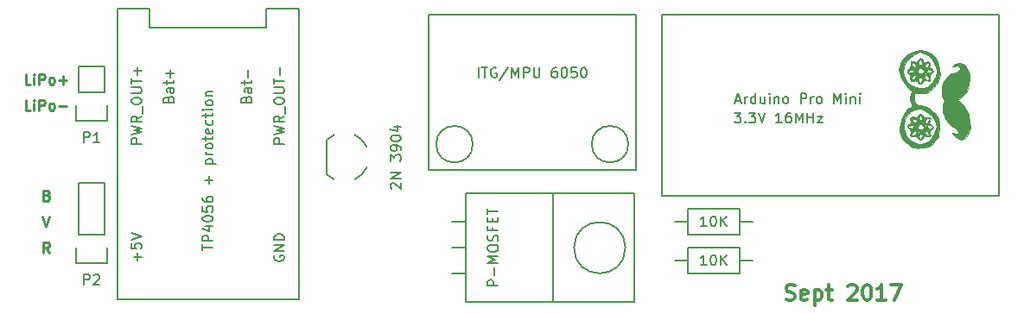
<source format=gto>
G04 #@! TF.FileFunction,Legend,Top*
%FSLAX46Y46*%
G04 Gerber Fmt 4.6, Leading zero omitted, Abs format (unit mm)*
G04 Created by KiCad (PCBNEW 4.0.2+dfsg1-stable) date Wed 06 Sep 2017 09:22:59 AM EDT*
%MOMM*%
G01*
G04 APERTURE LIST*
%ADD10C,0.100000*%
%ADD11C,0.300000*%
%ADD12C,0.254000*%
%ADD13C,0.150000*%
%ADD14C,0.010000*%
%ADD15C,1.924000*%
%ADD16C,2.432000*%
%ADD17O,2.398980X1.901140*%
%ADD18O,1.901140X2.398980*%
%ADD19O,3.900120X2.099260*%
%ADD20C,4.199840*%
%ADD21C,2.398980*%
%ADD22C,1.797000*%
%ADD23R,2.432000X2.432000*%
%ADD24O,2.432000X2.432000*%
%ADD25R,2.432000X2.127200*%
%ADD26O,2.432000X2.127200*%
G04 APERTURE END LIST*
D10*
D11*
X169652858Y-133322143D02*
X169867144Y-133393571D01*
X170224287Y-133393571D01*
X170367144Y-133322143D01*
X170438573Y-133250714D01*
X170510001Y-133107857D01*
X170510001Y-132965000D01*
X170438573Y-132822143D01*
X170367144Y-132750714D01*
X170224287Y-132679286D01*
X169938573Y-132607857D01*
X169795715Y-132536429D01*
X169724287Y-132465000D01*
X169652858Y-132322143D01*
X169652858Y-132179286D01*
X169724287Y-132036429D01*
X169795715Y-131965000D01*
X169938573Y-131893571D01*
X170295715Y-131893571D01*
X170510001Y-131965000D01*
X171724286Y-133322143D02*
X171581429Y-133393571D01*
X171295715Y-133393571D01*
X171152858Y-133322143D01*
X171081429Y-133179286D01*
X171081429Y-132607857D01*
X171152858Y-132465000D01*
X171295715Y-132393571D01*
X171581429Y-132393571D01*
X171724286Y-132465000D01*
X171795715Y-132607857D01*
X171795715Y-132750714D01*
X171081429Y-132893571D01*
X172438572Y-132393571D02*
X172438572Y-133893571D01*
X172438572Y-132465000D02*
X172581429Y-132393571D01*
X172867143Y-132393571D01*
X173010000Y-132465000D01*
X173081429Y-132536429D01*
X173152858Y-132679286D01*
X173152858Y-133107857D01*
X173081429Y-133250714D01*
X173010000Y-133322143D01*
X172867143Y-133393571D01*
X172581429Y-133393571D01*
X172438572Y-133322143D01*
X173581429Y-132393571D02*
X174152858Y-132393571D01*
X173795715Y-131893571D02*
X173795715Y-133179286D01*
X173867143Y-133322143D01*
X174010001Y-133393571D01*
X174152858Y-133393571D01*
X175724286Y-132036429D02*
X175795715Y-131965000D01*
X175938572Y-131893571D01*
X176295715Y-131893571D01*
X176438572Y-131965000D01*
X176510001Y-132036429D01*
X176581429Y-132179286D01*
X176581429Y-132322143D01*
X176510001Y-132536429D01*
X175652858Y-133393571D01*
X176581429Y-133393571D01*
X177510000Y-131893571D02*
X177652857Y-131893571D01*
X177795714Y-131965000D01*
X177867143Y-132036429D01*
X177938572Y-132179286D01*
X178010000Y-132465000D01*
X178010000Y-132822143D01*
X177938572Y-133107857D01*
X177867143Y-133250714D01*
X177795714Y-133322143D01*
X177652857Y-133393571D01*
X177510000Y-133393571D01*
X177367143Y-133322143D01*
X177295714Y-133250714D01*
X177224286Y-133107857D01*
X177152857Y-132822143D01*
X177152857Y-132465000D01*
X177224286Y-132179286D01*
X177295714Y-132036429D01*
X177367143Y-131965000D01*
X177510000Y-131893571D01*
X179438571Y-133393571D02*
X178581428Y-133393571D01*
X179010000Y-133393571D02*
X179010000Y-131893571D01*
X178867143Y-132107857D01*
X178724285Y-132250714D01*
X178581428Y-132322143D01*
X179938571Y-131893571D02*
X180938571Y-131893571D01*
X180295714Y-133393571D01*
D12*
X97469476Y-128729619D02*
X97130810Y-128245810D01*
X96888905Y-128729619D02*
X96888905Y-127713619D01*
X97275952Y-127713619D01*
X97372714Y-127762000D01*
X97421095Y-127810381D01*
X97469476Y-127907143D01*
X97469476Y-128052286D01*
X97421095Y-128149048D01*
X97372714Y-128197429D01*
X97275952Y-128245810D01*
X96888905Y-128245810D01*
X96816334Y-125173619D02*
X97155001Y-126189619D01*
X97493667Y-125173619D01*
X97227571Y-123117429D02*
X97372714Y-123165810D01*
X97421095Y-123214190D01*
X97469476Y-123310952D01*
X97469476Y-123456095D01*
X97421095Y-123552857D01*
X97372714Y-123601238D01*
X97275952Y-123649619D01*
X96888905Y-123649619D01*
X96888905Y-122633619D01*
X97227571Y-122633619D01*
X97324333Y-122682000D01*
X97372714Y-122730381D01*
X97421095Y-122827143D01*
X97421095Y-122923905D01*
X97372714Y-123020667D01*
X97324333Y-123069048D01*
X97227571Y-123117429D01*
X96888905Y-123117429D01*
X95631000Y-114759619D02*
X95147191Y-114759619D01*
X95147191Y-113743619D01*
X95969667Y-114759619D02*
X95969667Y-114082286D01*
X95969667Y-113743619D02*
X95921286Y-113792000D01*
X95969667Y-113840381D01*
X96018048Y-113792000D01*
X95969667Y-113743619D01*
X95969667Y-113840381D01*
X96453477Y-114759619D02*
X96453477Y-113743619D01*
X96840524Y-113743619D01*
X96937286Y-113792000D01*
X96985667Y-113840381D01*
X97034048Y-113937143D01*
X97034048Y-114082286D01*
X96985667Y-114179048D01*
X96937286Y-114227429D01*
X96840524Y-114275810D01*
X96453477Y-114275810D01*
X97614620Y-114759619D02*
X97517858Y-114711238D01*
X97469477Y-114662857D01*
X97421096Y-114566095D01*
X97421096Y-114275810D01*
X97469477Y-114179048D01*
X97517858Y-114130667D01*
X97614620Y-114082286D01*
X97759762Y-114082286D01*
X97856524Y-114130667D01*
X97904905Y-114179048D01*
X97953286Y-114275810D01*
X97953286Y-114566095D01*
X97904905Y-114662857D01*
X97856524Y-114711238D01*
X97759762Y-114759619D01*
X97614620Y-114759619D01*
X98388715Y-114372571D02*
X99162810Y-114372571D01*
X95631000Y-112219619D02*
X95147191Y-112219619D01*
X95147191Y-111203619D01*
X95969667Y-112219619D02*
X95969667Y-111542286D01*
X95969667Y-111203619D02*
X95921286Y-111252000D01*
X95969667Y-111300381D01*
X96018048Y-111252000D01*
X95969667Y-111203619D01*
X95969667Y-111300381D01*
X96453477Y-112219619D02*
X96453477Y-111203619D01*
X96840524Y-111203619D01*
X96937286Y-111252000D01*
X96985667Y-111300381D01*
X97034048Y-111397143D01*
X97034048Y-111542286D01*
X96985667Y-111639048D01*
X96937286Y-111687429D01*
X96840524Y-111735810D01*
X96453477Y-111735810D01*
X97614620Y-112219619D02*
X97517858Y-112171238D01*
X97469477Y-112122857D01*
X97421096Y-112026095D01*
X97421096Y-111735810D01*
X97469477Y-111639048D01*
X97517858Y-111590667D01*
X97614620Y-111542286D01*
X97759762Y-111542286D01*
X97856524Y-111590667D01*
X97904905Y-111639048D01*
X97953286Y-111735810D01*
X97953286Y-112026095D01*
X97904905Y-112122857D01*
X97856524Y-112171238D01*
X97759762Y-112219619D01*
X97614620Y-112219619D01*
X98388715Y-111832571D02*
X99162810Y-111832571D01*
X98775762Y-112219619D02*
X98775762Y-111445524D01*
D13*
X104140000Y-104775000D02*
X107315000Y-104775000D01*
X107315000Y-104775000D02*
X107315000Y-106680000D01*
X107315000Y-106680000D02*
X118745000Y-106680000D01*
X118745000Y-106680000D02*
X118745000Y-104775000D01*
X118745000Y-104775000D02*
X121920000Y-104775000D01*
X121920000Y-104775000D02*
X121920000Y-127635000D01*
X120015000Y-133350000D02*
X104140000Y-133350000D01*
X104140000Y-133350000D02*
X104140000Y-108585000D01*
X104140000Y-108585000D02*
X104140000Y-106680000D01*
X104140000Y-106680000D02*
X104140000Y-105410000D01*
X104140000Y-105410000D02*
X104140000Y-104775000D01*
X120015000Y-133350000D02*
X121920000Y-133350000D01*
X121920000Y-133350000D02*
X121920000Y-127635000D01*
X190500000Y-105410000D02*
X157480000Y-105410000D01*
X157480000Y-105410000D02*
X157480000Y-123190000D01*
X157480000Y-123190000D02*
X190500000Y-123190000D01*
X190500000Y-123190000D02*
X190500000Y-105410000D01*
X128565000Y-118380000D02*
G75*
G03X127365000Y-117180000I-2200000J-1000000D01*
G01*
X128565000Y-120379999D02*
G75*
G02X127365000Y-121580000I-2200000J999999D01*
G01*
X125368010Y-117192305D02*
G75*
G03X124665000Y-117680000I996990J-2187695D01*
G01*
X125368010Y-121567695D02*
G75*
G02X124665000Y-121080000I996990J2187695D01*
G01*
X124665000Y-117680000D02*
X124665000Y-121080000D01*
X138303000Y-125730000D02*
X136906000Y-125730000D01*
X138303000Y-128270000D02*
X136906000Y-128270000D01*
X138303000Y-130810000D02*
X136906000Y-130810000D01*
X153898472Y-128270000D02*
G75*
G03X153898472Y-128270000I-2514472J0D01*
G01*
X146812000Y-133604000D02*
X154813000Y-133604000D01*
X154813000Y-133604000D02*
X154813000Y-122936000D01*
X154813000Y-122936000D02*
X146812000Y-122936000D01*
X138303000Y-133604000D02*
X146812000Y-133604000D01*
X146812000Y-133604000D02*
X146812000Y-122936000D01*
X146812000Y-122936000D02*
X138303000Y-122936000D01*
X138303000Y-128270000D02*
X138303000Y-122936000D01*
X138303000Y-128270000D02*
X138303000Y-133604000D01*
X160020000Y-124460000D02*
X165100000Y-124460000D01*
X165100000Y-124460000D02*
X165100000Y-127000000D01*
X165100000Y-127000000D02*
X160020000Y-127000000D01*
X160020000Y-127000000D02*
X160020000Y-124460000D01*
X160020000Y-125730000D02*
X158750000Y-125730000D01*
X165100000Y-125730000D02*
X166370000Y-125730000D01*
X160020000Y-128270000D02*
X165100000Y-128270000D01*
X165100000Y-128270000D02*
X165100000Y-130810000D01*
X165100000Y-130810000D02*
X160020000Y-130810000D01*
X160020000Y-130810000D02*
X160020000Y-128270000D01*
X160020000Y-129540000D02*
X158750000Y-129540000D01*
X165100000Y-129540000D02*
X166370000Y-129540000D01*
X138956051Y-118110000D02*
G75*
G03X138956051Y-118110000I-1796051J0D01*
G01*
X154196051Y-118110000D02*
G75*
G03X154196051Y-118110000I-1796051J0D01*
G01*
X154940000Y-105410000D02*
X134620000Y-105410000D01*
X134620000Y-105410000D02*
X134620000Y-120650000D01*
X134620000Y-120650000D02*
X154940000Y-120650000D01*
X154940000Y-120650000D02*
X154940000Y-105410000D01*
X100330000Y-113030000D02*
X100330000Y-110490000D01*
X100050000Y-115850000D02*
X100050000Y-114300000D01*
X100330000Y-113030000D02*
X102870000Y-113030000D01*
X103150000Y-114300000D02*
X103150000Y-115850000D01*
X103150000Y-115850000D02*
X100050000Y-115850000D01*
X102870000Y-113030000D02*
X102870000Y-110490000D01*
X102870000Y-110490000D02*
X100330000Y-110490000D01*
X102870000Y-127000000D02*
X102870000Y-121920000D01*
X102870000Y-121920000D02*
X100330000Y-121920000D01*
X100330000Y-121920000D02*
X100330000Y-127000000D01*
X100050000Y-129820000D02*
X100050000Y-128270000D01*
X100330000Y-127000000D02*
X102870000Y-127000000D01*
X103150000Y-128270000D02*
X103150000Y-129820000D01*
X103150000Y-129820000D02*
X100050000Y-129820000D01*
D14*
G36*
X184934366Y-112600862D02*
X185028863Y-112199681D01*
X185119504Y-111979881D01*
X185329078Y-111645711D01*
X185578718Y-111366266D01*
X185831319Y-111177242D01*
X186019162Y-111114417D01*
X186237632Y-111093083D01*
X186372420Y-111046142D01*
X186509102Y-110942866D01*
X186517921Y-110935329D01*
X186664589Y-110770951D01*
X186661628Y-110627104D01*
X186560136Y-110499232D01*
X186407907Y-110414550D01*
X186215958Y-110450851D01*
X186012314Y-110519612D01*
X185948415Y-110509567D01*
X186010511Y-110413422D01*
X186053501Y-110364656D01*
X186313137Y-110193106D01*
X186639169Y-110136594D01*
X186965371Y-110204872D01*
X187006174Y-110224369D01*
X187243405Y-110432687D01*
X187449280Y-110798776D01*
X187546825Y-111051357D01*
X187596873Y-111276046D01*
X187606960Y-111536640D01*
X187584622Y-111896938D01*
X187582277Y-111924747D01*
X187539572Y-112306444D01*
X187476342Y-112581518D01*
X187373523Y-112812674D01*
X187255290Y-113000321D01*
X187047766Y-113263916D01*
X186819190Y-113496202D01*
X186709377Y-113583961D01*
X186432421Y-113773946D01*
X186730727Y-113976650D01*
X187044019Y-114279891D01*
X187310216Y-114716666D01*
X187514775Y-115254335D01*
X187643153Y-115860257D01*
X187667029Y-116078000D01*
X187678258Y-116424289D01*
X187631946Y-116701724D01*
X187511550Y-117005745D01*
X187503095Y-117023767D01*
X187272795Y-117397313D01*
X187013282Y-117604460D01*
X186725736Y-117644907D01*
X186411335Y-117518354D01*
X186202210Y-117354769D01*
X186006528Y-117151308D01*
X185946846Y-117028995D01*
X186022997Y-116994843D01*
X186209593Y-117046063D01*
X186408827Y-117086111D01*
X186485322Y-117040358D01*
X186491665Y-116890888D01*
X186400870Y-116705598D01*
X186252517Y-116548578D01*
X186147277Y-116493005D01*
X185858377Y-116328239D01*
X185541222Y-116002155D01*
X185316203Y-115697000D01*
X185146306Y-115357242D01*
X185035343Y-114957344D01*
X184991510Y-114554389D01*
X185023005Y-114205460D01*
X185079577Y-114049282D01*
X185141311Y-113872104D01*
X185087141Y-113711112D01*
X185049189Y-113653855D01*
X184942219Y-113382925D01*
X184904714Y-113013602D01*
X184934366Y-112600862D01*
X184934366Y-112600862D01*
G37*
X184934366Y-112600862D02*
X185028863Y-112199681D01*
X185119504Y-111979881D01*
X185329078Y-111645711D01*
X185578718Y-111366266D01*
X185831319Y-111177242D01*
X186019162Y-111114417D01*
X186237632Y-111093083D01*
X186372420Y-111046142D01*
X186509102Y-110942866D01*
X186517921Y-110935329D01*
X186664589Y-110770951D01*
X186661628Y-110627104D01*
X186560136Y-110499232D01*
X186407907Y-110414550D01*
X186215958Y-110450851D01*
X186012314Y-110519612D01*
X185948415Y-110509567D01*
X186010511Y-110413422D01*
X186053501Y-110364656D01*
X186313137Y-110193106D01*
X186639169Y-110136594D01*
X186965371Y-110204872D01*
X187006174Y-110224369D01*
X187243405Y-110432687D01*
X187449280Y-110798776D01*
X187546825Y-111051357D01*
X187596873Y-111276046D01*
X187606960Y-111536640D01*
X187584622Y-111896938D01*
X187582277Y-111924747D01*
X187539572Y-112306444D01*
X187476342Y-112581518D01*
X187373523Y-112812674D01*
X187255290Y-113000321D01*
X187047766Y-113263916D01*
X186819190Y-113496202D01*
X186709377Y-113583961D01*
X186432421Y-113773946D01*
X186730727Y-113976650D01*
X187044019Y-114279891D01*
X187310216Y-114716666D01*
X187514775Y-115254335D01*
X187643153Y-115860257D01*
X187667029Y-116078000D01*
X187678258Y-116424289D01*
X187631946Y-116701724D01*
X187511550Y-117005745D01*
X187503095Y-117023767D01*
X187272795Y-117397313D01*
X187013282Y-117604460D01*
X186725736Y-117644907D01*
X186411335Y-117518354D01*
X186202210Y-117354769D01*
X186006528Y-117151308D01*
X185946846Y-117028995D01*
X186022997Y-116994843D01*
X186209593Y-117046063D01*
X186408827Y-117086111D01*
X186485322Y-117040358D01*
X186491665Y-116890888D01*
X186400870Y-116705598D01*
X186252517Y-116548578D01*
X186147277Y-116493005D01*
X185858377Y-116328239D01*
X185541222Y-116002155D01*
X185316203Y-115697000D01*
X185146306Y-115357242D01*
X185035343Y-114957344D01*
X184991510Y-114554389D01*
X185023005Y-114205460D01*
X185079577Y-114049282D01*
X185141311Y-113872104D01*
X185087141Y-113711112D01*
X185049189Y-113653855D01*
X184942219Y-113382925D01*
X184904714Y-113013602D01*
X184934366Y-112600862D01*
G36*
X180733981Y-110457277D02*
X180898142Y-110027194D01*
X181197644Y-109623357D01*
X181616240Y-109270150D01*
X181918459Y-109092341D01*
X182378392Y-108929031D01*
X182867268Y-108874147D01*
X183332990Y-108927380D01*
X183723462Y-109088424D01*
X183745716Y-109103104D01*
X184071966Y-109365081D01*
X184308532Y-109665286D01*
X184492197Y-110056616D01*
X184572102Y-110291512D01*
X184702919Y-110819981D01*
X184727180Y-111265796D01*
X184644003Y-111678617D01*
X184543001Y-111929333D01*
X184330805Y-112281387D01*
X184047769Y-112613851D01*
X183734263Y-112888674D01*
X183430660Y-113067804D01*
X183289767Y-113110560D01*
X183019136Y-113136598D01*
X182767039Y-113139507D01*
X182767039Y-112633886D01*
X183148006Y-112623993D01*
X183499481Y-112498629D01*
X183830184Y-112242445D01*
X184110196Y-111893707D01*
X184309598Y-111490681D01*
X184398471Y-111071632D01*
X184400283Y-111022343D01*
X184372214Y-110813405D01*
X184296270Y-110527692D01*
X184233095Y-110345010D01*
X183976677Y-109842645D01*
X183637045Y-109478490D01*
X183197456Y-109235009D01*
X183159697Y-109221019D01*
X182736156Y-109068715D01*
X182240659Y-109313989D01*
X181744938Y-109634936D01*
X181391883Y-110029289D01*
X181188090Y-110483129D01*
X181140151Y-110982541D01*
X181230963Y-111445133D01*
X181465311Y-111905057D01*
X181819821Y-112269024D01*
X182263921Y-112518233D01*
X182767039Y-112633886D01*
X182767039Y-113139507D01*
X182701091Y-113140268D01*
X182626000Y-113136989D01*
X182245000Y-113114667D01*
X182234733Y-113580333D01*
X182243495Y-113859199D01*
X182277022Y-114075056D01*
X182308600Y-114151833D01*
X182441291Y-114219188D01*
X182667046Y-114255579D01*
X182736635Y-114257667D01*
X183200074Y-114338653D01*
X183666109Y-114572319D01*
X184107137Y-114944726D01*
X184116278Y-114954298D01*
X184393671Y-115303731D01*
X184564656Y-115676356D01*
X184642136Y-116115458D01*
X184639014Y-116664327D01*
X184636663Y-116699981D01*
X184605932Y-117052810D01*
X184558454Y-117297249D01*
X184473431Y-117494192D01*
X184330066Y-117704536D01*
X184264481Y-117789739D01*
X184016837Y-118078414D01*
X183781654Y-118266334D01*
X183506923Y-118379482D01*
X183140639Y-118443844D01*
X182912089Y-118465435D01*
X182796164Y-118471626D01*
X182796164Y-118067667D01*
X183203265Y-118011702D01*
X183554402Y-117833591D01*
X183869772Y-117518012D01*
X184169573Y-117049643D01*
X184191247Y-117009333D01*
X184332344Y-116685400D01*
X184375249Y-116390223D01*
X184319055Y-116068282D01*
X184169517Y-115679070D01*
X183937016Y-115328112D01*
X183592704Y-115018153D01*
X183189741Y-114786071D01*
X182781286Y-114668741D01*
X182703775Y-114662297D01*
X182243280Y-114717985D01*
X181848805Y-114912754D01*
X181534907Y-115224362D01*
X181316143Y-115630567D01*
X181207069Y-116109127D01*
X181222242Y-116637799D01*
X181266415Y-116858533D01*
X181458129Y-117300831D01*
X181774230Y-117666869D01*
X182179419Y-117928746D01*
X182638399Y-118058563D01*
X182796164Y-118067667D01*
X182796164Y-118471626D01*
X182564364Y-118484007D01*
X182314751Y-118465466D01*
X182094153Y-118399441D01*
X181911603Y-118315231D01*
X181611599Y-118128219D01*
X181308437Y-117882676D01*
X181192403Y-117767750D01*
X181009976Y-117550107D01*
X180902472Y-117349100D01*
X180840988Y-117095611D01*
X180810276Y-116853875D01*
X180786313Y-116489970D01*
X180812043Y-116184694D01*
X180897819Y-115847014D01*
X180939457Y-115717794D01*
X181074845Y-115382976D01*
X181247271Y-115057626D01*
X181432034Y-114779091D01*
X181604434Y-114584718D01*
X181737000Y-114511897D01*
X181913209Y-114465835D01*
X181971389Y-114330369D01*
X181917579Y-114085846D01*
X181890314Y-114012921D01*
X181804110Y-113740132D01*
X181798809Y-113505818D01*
X181848136Y-113276442D01*
X181948238Y-112902172D01*
X181621983Y-112607421D01*
X181355200Y-112298775D01*
X181097676Y-111885306D01*
X180882354Y-111429862D01*
X180742172Y-110995289D01*
X180721404Y-110889222D01*
X180733981Y-110457277D01*
X180733981Y-110457277D01*
G37*
X180733981Y-110457277D02*
X180898142Y-110027194D01*
X181197644Y-109623357D01*
X181616240Y-109270150D01*
X181918459Y-109092341D01*
X182378392Y-108929031D01*
X182867268Y-108874147D01*
X183332990Y-108927380D01*
X183723462Y-109088424D01*
X183745716Y-109103104D01*
X184071966Y-109365081D01*
X184308532Y-109665286D01*
X184492197Y-110056616D01*
X184572102Y-110291512D01*
X184702919Y-110819981D01*
X184727180Y-111265796D01*
X184644003Y-111678617D01*
X184543001Y-111929333D01*
X184330805Y-112281387D01*
X184047769Y-112613851D01*
X183734263Y-112888674D01*
X183430660Y-113067804D01*
X183289767Y-113110560D01*
X183019136Y-113136598D01*
X182767039Y-113139507D01*
X182767039Y-112633886D01*
X183148006Y-112623993D01*
X183499481Y-112498629D01*
X183830184Y-112242445D01*
X184110196Y-111893707D01*
X184309598Y-111490681D01*
X184398471Y-111071632D01*
X184400283Y-111022343D01*
X184372214Y-110813405D01*
X184296270Y-110527692D01*
X184233095Y-110345010D01*
X183976677Y-109842645D01*
X183637045Y-109478490D01*
X183197456Y-109235009D01*
X183159697Y-109221019D01*
X182736156Y-109068715D01*
X182240659Y-109313989D01*
X181744938Y-109634936D01*
X181391883Y-110029289D01*
X181188090Y-110483129D01*
X181140151Y-110982541D01*
X181230963Y-111445133D01*
X181465311Y-111905057D01*
X181819821Y-112269024D01*
X182263921Y-112518233D01*
X182767039Y-112633886D01*
X182767039Y-113139507D01*
X182701091Y-113140268D01*
X182626000Y-113136989D01*
X182245000Y-113114667D01*
X182234733Y-113580333D01*
X182243495Y-113859199D01*
X182277022Y-114075056D01*
X182308600Y-114151833D01*
X182441291Y-114219188D01*
X182667046Y-114255579D01*
X182736635Y-114257667D01*
X183200074Y-114338653D01*
X183666109Y-114572319D01*
X184107137Y-114944726D01*
X184116278Y-114954298D01*
X184393671Y-115303731D01*
X184564656Y-115676356D01*
X184642136Y-116115458D01*
X184639014Y-116664327D01*
X184636663Y-116699981D01*
X184605932Y-117052810D01*
X184558454Y-117297249D01*
X184473431Y-117494192D01*
X184330066Y-117704536D01*
X184264481Y-117789739D01*
X184016837Y-118078414D01*
X183781654Y-118266334D01*
X183506923Y-118379482D01*
X183140639Y-118443844D01*
X182912089Y-118465435D01*
X182796164Y-118471626D01*
X182796164Y-118067667D01*
X183203265Y-118011702D01*
X183554402Y-117833591D01*
X183869772Y-117518012D01*
X184169573Y-117049643D01*
X184191247Y-117009333D01*
X184332344Y-116685400D01*
X184375249Y-116390223D01*
X184319055Y-116068282D01*
X184169517Y-115679070D01*
X183937016Y-115328112D01*
X183592704Y-115018153D01*
X183189741Y-114786071D01*
X182781286Y-114668741D01*
X182703775Y-114662297D01*
X182243280Y-114717985D01*
X181848805Y-114912754D01*
X181534907Y-115224362D01*
X181316143Y-115630567D01*
X181207069Y-116109127D01*
X181222242Y-116637799D01*
X181266415Y-116858533D01*
X181458129Y-117300831D01*
X181774230Y-117666869D01*
X182179419Y-117928746D01*
X182638399Y-118058563D01*
X182796164Y-118067667D01*
X182796164Y-118471626D01*
X182564364Y-118484007D01*
X182314751Y-118465466D01*
X182094153Y-118399441D01*
X181911603Y-118315231D01*
X181611599Y-118128219D01*
X181308437Y-117882676D01*
X181192403Y-117767750D01*
X181009976Y-117550107D01*
X180902472Y-117349100D01*
X180840988Y-117095611D01*
X180810276Y-116853875D01*
X180786313Y-116489970D01*
X180812043Y-116184694D01*
X180897819Y-115847014D01*
X180939457Y-115717794D01*
X181074845Y-115382976D01*
X181247271Y-115057626D01*
X181432034Y-114779091D01*
X181604434Y-114584718D01*
X181737000Y-114511897D01*
X181913209Y-114465835D01*
X181971389Y-114330369D01*
X181917579Y-114085846D01*
X181890314Y-114012921D01*
X181804110Y-113740132D01*
X181798809Y-113505818D01*
X181848136Y-113276442D01*
X181948238Y-112902172D01*
X181621983Y-112607421D01*
X181355200Y-112298775D01*
X181097676Y-111885306D01*
X180882354Y-111429862D01*
X180742172Y-110995289D01*
X180721404Y-110889222D01*
X180733981Y-110457277D01*
G36*
X181643546Y-116161244D02*
X181727766Y-116109135D01*
X181873544Y-116016610D01*
X181881558Y-115906162D01*
X181855857Y-115851118D01*
X181808139Y-115652032D01*
X181850000Y-115468005D01*
X181962086Y-115364171D01*
X182002271Y-115358333D01*
X182181490Y-115396951D01*
X182284244Y-115441347D01*
X182418453Y-115471207D01*
X182536443Y-115372572D01*
X182576963Y-115314347D01*
X182746873Y-115139799D01*
X182909540Y-115128451D01*
X183047754Y-115280493D01*
X183061544Y-115308990D01*
X183153629Y-115447022D01*
X183294695Y-115483600D01*
X183439229Y-115467489D01*
X183679673Y-115475554D01*
X183790766Y-115588473D01*
X183762285Y-115792443D01*
X183730010Y-115860086D01*
X183684160Y-115998526D01*
X183760953Y-116089056D01*
X183850490Y-116134292D01*
X184026599Y-116280038D01*
X184053294Y-116464999D01*
X183963733Y-116611400D01*
X183816407Y-116701582D01*
X183756470Y-116713000D01*
X183694824Y-116751328D01*
X183714513Y-116890383D01*
X183741589Y-116973415D01*
X183785554Y-117224337D01*
X183708793Y-117359741D01*
X183596137Y-117366974D01*
X183596137Y-117258753D01*
X183640181Y-117179873D01*
X183640703Y-117154772D01*
X183639995Y-117151571D01*
X183639995Y-116600950D01*
X183801455Y-116548953D01*
X183956859Y-116426409D01*
X183944177Y-116320455D01*
X183764415Y-116238628D01*
X183759912Y-116237487D01*
X183559666Y-116236464D01*
X183447575Y-116324679D01*
X183456855Y-116463435D01*
X183508184Y-116530765D01*
X183639995Y-116600950D01*
X183639995Y-117151571D01*
X183596684Y-116955701D01*
X183564581Y-116891163D01*
X183442716Y-116816373D01*
X183419685Y-116822464D01*
X183419685Y-116038690D01*
X183551964Y-115983118D01*
X183585926Y-115929833D01*
X183627206Y-115761542D01*
X183631162Y-115602085D01*
X183596244Y-115527788D01*
X183594100Y-115527667D01*
X183417798Y-115590885D01*
X183268593Y-115735371D01*
X183218666Y-115869312D01*
X183282142Y-115996397D01*
X183419685Y-116038690D01*
X183419685Y-116822464D01*
X183306045Y-116852524D01*
X183303333Y-116856778D01*
X183303333Y-116670667D01*
X183381352Y-116663954D01*
X183388000Y-116633330D01*
X183326539Y-116547112D01*
X183303333Y-116543667D01*
X183303333Y-116289667D01*
X183385539Y-116225238D01*
X183388000Y-116205000D01*
X183323570Y-116122794D01*
X183303333Y-116120333D01*
X183221126Y-116184763D01*
X183218666Y-116205000D01*
X183283095Y-116287207D01*
X183303333Y-116289667D01*
X183303333Y-116543667D01*
X183220867Y-116572554D01*
X183218666Y-116581003D01*
X183277995Y-116653289D01*
X183303333Y-116670667D01*
X183303333Y-116856778D01*
X183231466Y-116969525D01*
X183233575Y-117020689D01*
X183327834Y-117156503D01*
X183451500Y-117229883D01*
X183596137Y-117258753D01*
X183596137Y-117366974D01*
X183518469Y-117371961D01*
X183402017Y-117336875D01*
X183230353Y-117291404D01*
X183120929Y-117345473D01*
X183022106Y-117495116D01*
X182873113Y-117674268D01*
X182791346Y-117680416D01*
X182791346Y-117550842D01*
X182877975Y-117494758D01*
X182925083Y-117436090D01*
X183019385Y-117245862D01*
X182992888Y-117180240D01*
X182992888Y-116938778D01*
X183043223Y-116927156D01*
X183049333Y-116882333D01*
X183018355Y-116812643D01*
X182992888Y-116825889D01*
X182982755Y-116926369D01*
X182992888Y-116938778D01*
X182992888Y-117180240D01*
X182971102Y-117126284D01*
X182831770Y-117094000D01*
X182736778Y-117134890D01*
X182736778Y-116697835D01*
X182978949Y-116693349D01*
X183104959Y-116568893D01*
X183118503Y-116395982D01*
X183071108Y-116228171D01*
X183007000Y-116197525D01*
X183007000Y-115951000D01*
X183049333Y-115908667D01*
X183007000Y-115866333D01*
X182964666Y-115908667D01*
X183007000Y-115951000D01*
X183007000Y-116197525D01*
X182944717Y-116167750D01*
X182837666Y-116162667D01*
X182817472Y-116165025D01*
X182817472Y-115765736D01*
X182932299Y-115728117D01*
X182963653Y-115589541D01*
X182903958Y-115400424D01*
X182878703Y-115358333D01*
X182798939Y-115273917D01*
X182722548Y-115340924D01*
X182710772Y-115358333D01*
X182646449Y-115555466D01*
X182708994Y-115711423D01*
X182817472Y-115765736D01*
X182817472Y-116165025D01*
X182657730Y-116183682D01*
X182626000Y-116230989D01*
X182626000Y-115951000D01*
X182695690Y-115920022D01*
X182682444Y-115894556D01*
X182581964Y-115884423D01*
X182569555Y-115894556D01*
X182581177Y-115944890D01*
X182626000Y-115951000D01*
X182626000Y-116230989D01*
X182591415Y-116282553D01*
X182583666Y-116415507D01*
X182623931Y-116621874D01*
X182736778Y-116697835D01*
X182736778Y-117134890D01*
X182685996Y-117156751D01*
X182647446Y-117310272D01*
X182712381Y-117475000D01*
X182791346Y-117550842D01*
X182791346Y-117680416D01*
X182731551Y-117684912D01*
X182626000Y-117556305D01*
X182626000Y-116967000D01*
X182708465Y-116938113D01*
X182710666Y-116929664D01*
X182651337Y-116857378D01*
X182626000Y-116840000D01*
X182547981Y-116846713D01*
X182541333Y-116877337D01*
X182602793Y-116963555D01*
X182626000Y-116967000D01*
X182626000Y-117556305D01*
X182602009Y-117527073D01*
X182585646Y-117492757D01*
X182504053Y-117374483D01*
X182369720Y-117340676D01*
X182184888Y-117360664D01*
X182014293Y-117363185D01*
X182014293Y-117218921D01*
X182159458Y-117210713D01*
X182306588Y-117157615D01*
X182348450Y-117126016D01*
X182406814Y-116980759D01*
X182352498Y-116845368D01*
X182315555Y-116829853D01*
X182315555Y-116684778D01*
X182365889Y-116673156D01*
X182372000Y-116628333D01*
X182341021Y-116558643D01*
X182329666Y-116564549D01*
X182329666Y-116289667D01*
X182372000Y-116247333D01*
X182329666Y-116205000D01*
X182287333Y-116247333D01*
X182329666Y-116289667D01*
X182329666Y-116564549D01*
X182315555Y-116571889D01*
X182305422Y-116672369D01*
X182315555Y-116684778D01*
X182315555Y-116829853D01*
X182238920Y-116797667D01*
X182120099Y-116864535D01*
X182003546Y-117013854D01*
X181983668Y-117070011D01*
X181983668Y-116562818D01*
X182121410Y-116512308D01*
X182153100Y-116401390D01*
X182120060Y-116341426D01*
X182120060Y-115983146D01*
X182235045Y-115976854D01*
X182285975Y-115951727D01*
X182433965Y-115826437D01*
X182429764Y-115707985D01*
X182334612Y-115644849D01*
X182128823Y-115611305D01*
X182026763Y-115691955D01*
X182042403Y-115848872D01*
X182120060Y-115983146D01*
X182120060Y-116341426D01*
X182108677Y-116320767D01*
X181997434Y-116221170D01*
X181954481Y-116205000D01*
X181848159Y-116250097D01*
X181732015Y-116326165D01*
X181624077Y-116418514D01*
X181654037Y-116475432D01*
X181779333Y-116528081D01*
X181983668Y-116562818D01*
X181983668Y-117070011D01*
X181948736Y-117168698D01*
X181948666Y-117173101D01*
X182014293Y-117218921D01*
X182014293Y-117363185D01*
X181929679Y-117364436D01*
X181809210Y-117267022D01*
X181817259Y-117061066D01*
X181848822Y-116963237D01*
X181878843Y-116794377D01*
X181785032Y-116691036D01*
X181746046Y-116670312D01*
X181577321Y-116517646D01*
X181542559Y-116329662D01*
X181643546Y-116161244D01*
X181643546Y-116161244D01*
G37*
X181643546Y-116161244D02*
X181727766Y-116109135D01*
X181873544Y-116016610D01*
X181881558Y-115906162D01*
X181855857Y-115851118D01*
X181808139Y-115652032D01*
X181850000Y-115468005D01*
X181962086Y-115364171D01*
X182002271Y-115358333D01*
X182181490Y-115396951D01*
X182284244Y-115441347D01*
X182418453Y-115471207D01*
X182536443Y-115372572D01*
X182576963Y-115314347D01*
X182746873Y-115139799D01*
X182909540Y-115128451D01*
X183047754Y-115280493D01*
X183061544Y-115308990D01*
X183153629Y-115447022D01*
X183294695Y-115483600D01*
X183439229Y-115467489D01*
X183679673Y-115475554D01*
X183790766Y-115588473D01*
X183762285Y-115792443D01*
X183730010Y-115860086D01*
X183684160Y-115998526D01*
X183760953Y-116089056D01*
X183850490Y-116134292D01*
X184026599Y-116280038D01*
X184053294Y-116464999D01*
X183963733Y-116611400D01*
X183816407Y-116701582D01*
X183756470Y-116713000D01*
X183694824Y-116751328D01*
X183714513Y-116890383D01*
X183741589Y-116973415D01*
X183785554Y-117224337D01*
X183708793Y-117359741D01*
X183596137Y-117366974D01*
X183596137Y-117258753D01*
X183640181Y-117179873D01*
X183640703Y-117154772D01*
X183639995Y-117151571D01*
X183639995Y-116600950D01*
X183801455Y-116548953D01*
X183956859Y-116426409D01*
X183944177Y-116320455D01*
X183764415Y-116238628D01*
X183759912Y-116237487D01*
X183559666Y-116236464D01*
X183447575Y-116324679D01*
X183456855Y-116463435D01*
X183508184Y-116530765D01*
X183639995Y-116600950D01*
X183639995Y-117151571D01*
X183596684Y-116955701D01*
X183564581Y-116891163D01*
X183442716Y-116816373D01*
X183419685Y-116822464D01*
X183419685Y-116038690D01*
X183551964Y-115983118D01*
X183585926Y-115929833D01*
X183627206Y-115761542D01*
X183631162Y-115602085D01*
X183596244Y-115527788D01*
X183594100Y-115527667D01*
X183417798Y-115590885D01*
X183268593Y-115735371D01*
X183218666Y-115869312D01*
X183282142Y-115996397D01*
X183419685Y-116038690D01*
X183419685Y-116822464D01*
X183306045Y-116852524D01*
X183303333Y-116856778D01*
X183303333Y-116670667D01*
X183381352Y-116663954D01*
X183388000Y-116633330D01*
X183326539Y-116547112D01*
X183303333Y-116543667D01*
X183303333Y-116289667D01*
X183385539Y-116225238D01*
X183388000Y-116205000D01*
X183323570Y-116122794D01*
X183303333Y-116120333D01*
X183221126Y-116184763D01*
X183218666Y-116205000D01*
X183283095Y-116287207D01*
X183303333Y-116289667D01*
X183303333Y-116543667D01*
X183220867Y-116572554D01*
X183218666Y-116581003D01*
X183277995Y-116653289D01*
X183303333Y-116670667D01*
X183303333Y-116856778D01*
X183231466Y-116969525D01*
X183233575Y-117020689D01*
X183327834Y-117156503D01*
X183451500Y-117229883D01*
X183596137Y-117258753D01*
X183596137Y-117366974D01*
X183518469Y-117371961D01*
X183402017Y-117336875D01*
X183230353Y-117291404D01*
X183120929Y-117345473D01*
X183022106Y-117495116D01*
X182873113Y-117674268D01*
X182791346Y-117680416D01*
X182791346Y-117550842D01*
X182877975Y-117494758D01*
X182925083Y-117436090D01*
X183019385Y-117245862D01*
X182992888Y-117180240D01*
X182992888Y-116938778D01*
X183043223Y-116927156D01*
X183049333Y-116882333D01*
X183018355Y-116812643D01*
X182992888Y-116825889D01*
X182982755Y-116926369D01*
X182992888Y-116938778D01*
X182992888Y-117180240D01*
X182971102Y-117126284D01*
X182831770Y-117094000D01*
X182736778Y-117134890D01*
X182736778Y-116697835D01*
X182978949Y-116693349D01*
X183104959Y-116568893D01*
X183118503Y-116395982D01*
X183071108Y-116228171D01*
X183007000Y-116197525D01*
X183007000Y-115951000D01*
X183049333Y-115908667D01*
X183007000Y-115866333D01*
X182964666Y-115908667D01*
X183007000Y-115951000D01*
X183007000Y-116197525D01*
X182944717Y-116167750D01*
X182837666Y-116162667D01*
X182817472Y-116165025D01*
X182817472Y-115765736D01*
X182932299Y-115728117D01*
X182963653Y-115589541D01*
X182903958Y-115400424D01*
X182878703Y-115358333D01*
X182798939Y-115273917D01*
X182722548Y-115340924D01*
X182710772Y-115358333D01*
X182646449Y-115555466D01*
X182708994Y-115711423D01*
X182817472Y-115765736D01*
X182817472Y-116165025D01*
X182657730Y-116183682D01*
X182626000Y-116230989D01*
X182626000Y-115951000D01*
X182695690Y-115920022D01*
X182682444Y-115894556D01*
X182581964Y-115884423D01*
X182569555Y-115894556D01*
X182581177Y-115944890D01*
X182626000Y-115951000D01*
X182626000Y-116230989D01*
X182591415Y-116282553D01*
X182583666Y-116415507D01*
X182623931Y-116621874D01*
X182736778Y-116697835D01*
X182736778Y-117134890D01*
X182685996Y-117156751D01*
X182647446Y-117310272D01*
X182712381Y-117475000D01*
X182791346Y-117550842D01*
X182791346Y-117680416D01*
X182731551Y-117684912D01*
X182626000Y-117556305D01*
X182626000Y-116967000D01*
X182708465Y-116938113D01*
X182710666Y-116929664D01*
X182651337Y-116857378D01*
X182626000Y-116840000D01*
X182547981Y-116846713D01*
X182541333Y-116877337D01*
X182602793Y-116963555D01*
X182626000Y-116967000D01*
X182626000Y-117556305D01*
X182602009Y-117527073D01*
X182585646Y-117492757D01*
X182504053Y-117374483D01*
X182369720Y-117340676D01*
X182184888Y-117360664D01*
X182014293Y-117363185D01*
X182014293Y-117218921D01*
X182159458Y-117210713D01*
X182306588Y-117157615D01*
X182348450Y-117126016D01*
X182406814Y-116980759D01*
X182352498Y-116845368D01*
X182315555Y-116829853D01*
X182315555Y-116684778D01*
X182365889Y-116673156D01*
X182372000Y-116628333D01*
X182341021Y-116558643D01*
X182329666Y-116564549D01*
X182329666Y-116289667D01*
X182372000Y-116247333D01*
X182329666Y-116205000D01*
X182287333Y-116247333D01*
X182329666Y-116289667D01*
X182329666Y-116564549D01*
X182315555Y-116571889D01*
X182305422Y-116672369D01*
X182315555Y-116684778D01*
X182315555Y-116829853D01*
X182238920Y-116797667D01*
X182120099Y-116864535D01*
X182003546Y-117013854D01*
X181983668Y-117070011D01*
X181983668Y-116562818D01*
X182121410Y-116512308D01*
X182153100Y-116401390D01*
X182120060Y-116341426D01*
X182120060Y-115983146D01*
X182235045Y-115976854D01*
X182285975Y-115951727D01*
X182433965Y-115826437D01*
X182429764Y-115707985D01*
X182334612Y-115644849D01*
X182128823Y-115611305D01*
X182026763Y-115691955D01*
X182042403Y-115848872D01*
X182120060Y-115983146D01*
X182120060Y-116341426D01*
X182108677Y-116320767D01*
X181997434Y-116221170D01*
X181954481Y-116205000D01*
X181848159Y-116250097D01*
X181732015Y-116326165D01*
X181624077Y-116418514D01*
X181654037Y-116475432D01*
X181779333Y-116528081D01*
X181983668Y-116562818D01*
X181983668Y-117070011D01*
X181948736Y-117168698D01*
X181948666Y-117173101D01*
X182014293Y-117218921D01*
X182014293Y-117363185D01*
X181929679Y-117364436D01*
X181809210Y-117267022D01*
X181817259Y-117061066D01*
X181848822Y-116963237D01*
X181878843Y-116794377D01*
X181785032Y-116691036D01*
X181746046Y-116670312D01*
X181577321Y-116517646D01*
X181542559Y-116329662D01*
X181643546Y-116161244D01*
G36*
X181601679Y-110715451D02*
X181691587Y-110660311D01*
X181804836Y-110583636D01*
X181842455Y-110419679D01*
X181839753Y-110294790D01*
X181842845Y-110083828D01*
X181904024Y-109986521D01*
X182021931Y-109953683D01*
X182214227Y-109965957D01*
X182311972Y-110015106D01*
X182406727Y-110030038D01*
X182528542Y-109894724D01*
X182556635Y-109850191D01*
X182678148Y-109684479D01*
X182785537Y-109648222D01*
X182874693Y-109682827D01*
X183034215Y-109830811D01*
X183091617Y-109939513D01*
X183159134Y-110055849D01*
X183280991Y-110035446D01*
X183315634Y-110017750D01*
X183538270Y-109953092D01*
X183674847Y-110030835D01*
X183710730Y-110239848D01*
X183702177Y-110311771D01*
X183689610Y-110518654D01*
X183760466Y-110633591D01*
X183860676Y-110689455D01*
X184027549Y-110831092D01*
X184049056Y-111004052D01*
X183924283Y-111157438D01*
X183869607Y-111186998D01*
X183740968Y-111274618D01*
X183699515Y-111415104D01*
X183711034Y-111594412D01*
X183748187Y-111912648D01*
X183686826Y-111902691D01*
X183686826Y-111106396D01*
X183773812Y-111089025D01*
X183946676Y-111008633D01*
X183955624Y-110906729D01*
X183801689Y-110800087D01*
X183754858Y-110780957D01*
X183565853Y-110737890D01*
X183462405Y-110800238D01*
X183459821Y-110804219D01*
X183456883Y-110813342D01*
X183456883Y-110546232D01*
X183536166Y-110472238D01*
X183636018Y-110276495D01*
X183606765Y-110151843D01*
X183454593Y-110123966D01*
X183452364Y-110124278D01*
X183294879Y-110207850D01*
X183227700Y-110357507D01*
X183273020Y-110505223D01*
X183316169Y-110541775D01*
X183456883Y-110546232D01*
X183456883Y-110813342D01*
X183401542Y-110985199D01*
X183483570Y-111091694D01*
X183686826Y-111106396D01*
X183686826Y-111902691D01*
X183482832Y-111869588D01*
X183482832Y-111797444D01*
X183609180Y-111767899D01*
X183629695Y-111634251D01*
X183520764Y-111423883D01*
X183515000Y-111416349D01*
X183413847Y-111303189D01*
X183338147Y-111323225D01*
X183303333Y-111365451D01*
X183303333Y-111209667D01*
X183385798Y-111180780D01*
X183388000Y-111172330D01*
X183328671Y-111100044D01*
X183303333Y-111082667D01*
X183303333Y-110786333D01*
X183373023Y-110755355D01*
X183359777Y-110729889D01*
X183259298Y-110719756D01*
X183246888Y-110729889D01*
X183258511Y-110780223D01*
X183303333Y-110786333D01*
X183303333Y-111082667D01*
X183225314Y-111089380D01*
X183218666Y-111120003D01*
X183280127Y-111206221D01*
X183303333Y-111209667D01*
X183303333Y-111365451D01*
X183258083Y-111420337D01*
X183174649Y-111555912D01*
X183211857Y-111645678D01*
X183274266Y-111695504D01*
X183482832Y-111797444D01*
X183482832Y-111869588D01*
X183437144Y-111862173D01*
X183221905Y-111843443D01*
X183104255Y-111896752D01*
X183031794Y-112018682D01*
X182964666Y-112098363D01*
X182964666Y-111506000D01*
X183042685Y-111499287D01*
X183049333Y-111468664D01*
X182987872Y-111382446D01*
X182964666Y-111379000D01*
X182882201Y-111407887D01*
X182880000Y-111416337D01*
X182939328Y-111488623D01*
X182964666Y-111506000D01*
X182964666Y-112098363D01*
X182889126Y-112188030D01*
X182801853Y-112198183D01*
X182801853Y-112117419D01*
X182888169Y-112046014D01*
X182957461Y-111845054D01*
X182935317Y-111660270D01*
X182876291Y-111588375D01*
X182742404Y-111583002D01*
X182736778Y-111588457D01*
X182736778Y-111194501D01*
X182978949Y-111190016D01*
X183104959Y-111065559D01*
X183118503Y-110892648D01*
X183071108Y-110724837D01*
X183007000Y-110694191D01*
X183007000Y-110447667D01*
X183049333Y-110405333D01*
X183007000Y-110363000D01*
X182964666Y-110405333D01*
X183007000Y-110447667D01*
X183007000Y-110694191D01*
X182944717Y-110664417D01*
X182837666Y-110659333D01*
X182798423Y-110663916D01*
X182798423Y-110319585D01*
X182843856Y-110306576D01*
X182950080Y-110219960D01*
X182936809Y-110065265D01*
X182869416Y-109919892D01*
X182795773Y-109799876D01*
X182739419Y-109816700D01*
X182664743Y-109946375D01*
X182611182Y-110144538D01*
X182663182Y-110283902D01*
X182798423Y-110319585D01*
X182798423Y-110663916D01*
X182657730Y-110680348D01*
X182591415Y-110779220D01*
X182583666Y-110912174D01*
X182583666Y-110447667D01*
X182626000Y-110405333D01*
X182583666Y-110363000D01*
X182541333Y-110405333D01*
X182583666Y-110447667D01*
X182583666Y-110912174D01*
X182623931Y-111118541D01*
X182736778Y-111194501D01*
X182736778Y-111588457D01*
X182632317Y-111689760D01*
X182595866Y-111853456D01*
X182602627Y-111891433D01*
X182689400Y-112071042D01*
X182801853Y-112117419D01*
X182801853Y-112198183D01*
X182715814Y-112208194D01*
X182569555Y-112086544D01*
X182569555Y-111520111D01*
X182619889Y-111508489D01*
X182626000Y-111463667D01*
X182595021Y-111393977D01*
X182569555Y-111407222D01*
X182559422Y-111507702D01*
X182569555Y-111520111D01*
X182569555Y-112086544D01*
X182560522Y-112079030D01*
X182528748Y-112020190D01*
X182436350Y-111878025D01*
X182307647Y-111867271D01*
X182219629Y-111896646D01*
X182072743Y-111928933D01*
X182072743Y-111770216D01*
X182195415Y-111721548D01*
X182322180Y-111598550D01*
X182369166Y-111446384D01*
X182329666Y-111326840D01*
X182329666Y-111209667D01*
X182372000Y-111167333D01*
X182329666Y-111125000D01*
X182287333Y-111167333D01*
X182287333Y-110786333D01*
X182357023Y-110755355D01*
X182343777Y-110729889D01*
X182243298Y-110719756D01*
X182230888Y-110729889D01*
X182242511Y-110780223D01*
X182287333Y-110786333D01*
X182287333Y-111167333D01*
X182329666Y-111209667D01*
X182329666Y-111326840D01*
X182329515Y-111326383D01*
X182243184Y-111294333D01*
X182226747Y-111303629D01*
X182226747Y-110531765D01*
X182341071Y-110475061D01*
X182372000Y-110372875D01*
X182297676Y-110222985D01*
X182185197Y-110164566D01*
X182007348Y-110139179D01*
X181956370Y-110211279D01*
X181988974Y-110356620D01*
X182087890Y-110491373D01*
X182226747Y-110531765D01*
X182226747Y-111303629D01*
X182129341Y-111358718D01*
X182020275Y-111505859D01*
X181992846Y-111574365D01*
X181992846Y-111098603D01*
X182032575Y-111083135D01*
X182111659Y-110968498D01*
X182094236Y-110841764D01*
X181997924Y-110786333D01*
X181800739Y-110818674D01*
X181649955Y-110894613D01*
X181610000Y-110959020D01*
X181680621Y-111039967D01*
X181836320Y-111094743D01*
X181992846Y-111098603D01*
X181992846Y-111574365D01*
X181955863Y-111666735D01*
X181969995Y-111767218D01*
X182072743Y-111770216D01*
X182072743Y-111928933D01*
X181968036Y-111951950D01*
X181827977Y-111880628D01*
X181794752Y-111679190D01*
X181805489Y-111589286D01*
X181818260Y-111369952D01*
X181750693Y-111246958D01*
X181689324Y-111206808D01*
X181558220Y-111064028D01*
X181529101Y-110877062D01*
X181601679Y-110715451D01*
X181601679Y-110715451D01*
G37*
X181601679Y-110715451D02*
X181691587Y-110660311D01*
X181804836Y-110583636D01*
X181842455Y-110419679D01*
X181839753Y-110294790D01*
X181842845Y-110083828D01*
X181904024Y-109986521D01*
X182021931Y-109953683D01*
X182214227Y-109965957D01*
X182311972Y-110015106D01*
X182406727Y-110030038D01*
X182528542Y-109894724D01*
X182556635Y-109850191D01*
X182678148Y-109684479D01*
X182785537Y-109648222D01*
X182874693Y-109682827D01*
X183034215Y-109830811D01*
X183091617Y-109939513D01*
X183159134Y-110055849D01*
X183280991Y-110035446D01*
X183315634Y-110017750D01*
X183538270Y-109953092D01*
X183674847Y-110030835D01*
X183710730Y-110239848D01*
X183702177Y-110311771D01*
X183689610Y-110518654D01*
X183760466Y-110633591D01*
X183860676Y-110689455D01*
X184027549Y-110831092D01*
X184049056Y-111004052D01*
X183924283Y-111157438D01*
X183869607Y-111186998D01*
X183740968Y-111274618D01*
X183699515Y-111415104D01*
X183711034Y-111594412D01*
X183748187Y-111912648D01*
X183686826Y-111902691D01*
X183686826Y-111106396D01*
X183773812Y-111089025D01*
X183946676Y-111008633D01*
X183955624Y-110906729D01*
X183801689Y-110800087D01*
X183754858Y-110780957D01*
X183565853Y-110737890D01*
X183462405Y-110800238D01*
X183459821Y-110804219D01*
X183456883Y-110813342D01*
X183456883Y-110546232D01*
X183536166Y-110472238D01*
X183636018Y-110276495D01*
X183606765Y-110151843D01*
X183454593Y-110123966D01*
X183452364Y-110124278D01*
X183294879Y-110207850D01*
X183227700Y-110357507D01*
X183273020Y-110505223D01*
X183316169Y-110541775D01*
X183456883Y-110546232D01*
X183456883Y-110813342D01*
X183401542Y-110985199D01*
X183483570Y-111091694D01*
X183686826Y-111106396D01*
X183686826Y-111902691D01*
X183482832Y-111869588D01*
X183482832Y-111797444D01*
X183609180Y-111767899D01*
X183629695Y-111634251D01*
X183520764Y-111423883D01*
X183515000Y-111416349D01*
X183413847Y-111303189D01*
X183338147Y-111323225D01*
X183303333Y-111365451D01*
X183303333Y-111209667D01*
X183385798Y-111180780D01*
X183388000Y-111172330D01*
X183328671Y-111100044D01*
X183303333Y-111082667D01*
X183303333Y-110786333D01*
X183373023Y-110755355D01*
X183359777Y-110729889D01*
X183259298Y-110719756D01*
X183246888Y-110729889D01*
X183258511Y-110780223D01*
X183303333Y-110786333D01*
X183303333Y-111082667D01*
X183225314Y-111089380D01*
X183218666Y-111120003D01*
X183280127Y-111206221D01*
X183303333Y-111209667D01*
X183303333Y-111365451D01*
X183258083Y-111420337D01*
X183174649Y-111555912D01*
X183211857Y-111645678D01*
X183274266Y-111695504D01*
X183482832Y-111797444D01*
X183482832Y-111869588D01*
X183437144Y-111862173D01*
X183221905Y-111843443D01*
X183104255Y-111896752D01*
X183031794Y-112018682D01*
X182964666Y-112098363D01*
X182964666Y-111506000D01*
X183042685Y-111499287D01*
X183049333Y-111468664D01*
X182987872Y-111382446D01*
X182964666Y-111379000D01*
X182882201Y-111407887D01*
X182880000Y-111416337D01*
X182939328Y-111488623D01*
X182964666Y-111506000D01*
X182964666Y-112098363D01*
X182889126Y-112188030D01*
X182801853Y-112198183D01*
X182801853Y-112117419D01*
X182888169Y-112046014D01*
X182957461Y-111845054D01*
X182935317Y-111660270D01*
X182876291Y-111588375D01*
X182742404Y-111583002D01*
X182736778Y-111588457D01*
X182736778Y-111194501D01*
X182978949Y-111190016D01*
X183104959Y-111065559D01*
X183118503Y-110892648D01*
X183071108Y-110724837D01*
X183007000Y-110694191D01*
X183007000Y-110447667D01*
X183049333Y-110405333D01*
X183007000Y-110363000D01*
X182964666Y-110405333D01*
X183007000Y-110447667D01*
X183007000Y-110694191D01*
X182944717Y-110664417D01*
X182837666Y-110659333D01*
X182798423Y-110663916D01*
X182798423Y-110319585D01*
X182843856Y-110306576D01*
X182950080Y-110219960D01*
X182936809Y-110065265D01*
X182869416Y-109919892D01*
X182795773Y-109799876D01*
X182739419Y-109816700D01*
X182664743Y-109946375D01*
X182611182Y-110144538D01*
X182663182Y-110283902D01*
X182798423Y-110319585D01*
X182798423Y-110663916D01*
X182657730Y-110680348D01*
X182591415Y-110779220D01*
X182583666Y-110912174D01*
X182583666Y-110447667D01*
X182626000Y-110405333D01*
X182583666Y-110363000D01*
X182541333Y-110405333D01*
X182583666Y-110447667D01*
X182583666Y-110912174D01*
X182623931Y-111118541D01*
X182736778Y-111194501D01*
X182736778Y-111588457D01*
X182632317Y-111689760D01*
X182595866Y-111853456D01*
X182602627Y-111891433D01*
X182689400Y-112071042D01*
X182801853Y-112117419D01*
X182801853Y-112198183D01*
X182715814Y-112208194D01*
X182569555Y-112086544D01*
X182569555Y-111520111D01*
X182619889Y-111508489D01*
X182626000Y-111463667D01*
X182595021Y-111393977D01*
X182569555Y-111407222D01*
X182559422Y-111507702D01*
X182569555Y-111520111D01*
X182569555Y-112086544D01*
X182560522Y-112079030D01*
X182528748Y-112020190D01*
X182436350Y-111878025D01*
X182307647Y-111867271D01*
X182219629Y-111896646D01*
X182072743Y-111928933D01*
X182072743Y-111770216D01*
X182195415Y-111721548D01*
X182322180Y-111598550D01*
X182369166Y-111446384D01*
X182329666Y-111326840D01*
X182329666Y-111209667D01*
X182372000Y-111167333D01*
X182329666Y-111125000D01*
X182287333Y-111167333D01*
X182287333Y-110786333D01*
X182357023Y-110755355D01*
X182343777Y-110729889D01*
X182243298Y-110719756D01*
X182230888Y-110729889D01*
X182242511Y-110780223D01*
X182287333Y-110786333D01*
X182287333Y-111167333D01*
X182329666Y-111209667D01*
X182329666Y-111326840D01*
X182329515Y-111326383D01*
X182243184Y-111294333D01*
X182226747Y-111303629D01*
X182226747Y-110531765D01*
X182341071Y-110475061D01*
X182372000Y-110372875D01*
X182297676Y-110222985D01*
X182185197Y-110164566D01*
X182007348Y-110139179D01*
X181956370Y-110211279D01*
X181988974Y-110356620D01*
X182087890Y-110491373D01*
X182226747Y-110531765D01*
X182226747Y-111303629D01*
X182129341Y-111358718D01*
X182020275Y-111505859D01*
X181992846Y-111574365D01*
X181992846Y-111098603D01*
X182032575Y-111083135D01*
X182111659Y-110968498D01*
X182094236Y-110841764D01*
X181997924Y-110786333D01*
X181800739Y-110818674D01*
X181649955Y-110894613D01*
X181610000Y-110959020D01*
X181680621Y-111039967D01*
X181836320Y-111094743D01*
X181992846Y-111098603D01*
X181992846Y-111574365D01*
X181955863Y-111666735D01*
X181969995Y-111767218D01*
X182072743Y-111770216D01*
X182072743Y-111928933D01*
X181968036Y-111951950D01*
X181827977Y-111880628D01*
X181794752Y-111679190D01*
X181805489Y-111589286D01*
X181818260Y-111369952D01*
X181750693Y-111246958D01*
X181689324Y-111206808D01*
X181558220Y-111064028D01*
X181529101Y-110877062D01*
X181601679Y-110715451D01*
D13*
X112482381Y-128507144D02*
X112482381Y-127935715D01*
X113482381Y-128221430D02*
X112482381Y-128221430D01*
X113482381Y-127602382D02*
X112482381Y-127602382D01*
X112482381Y-127221429D01*
X112530000Y-127126191D01*
X112577619Y-127078572D01*
X112672857Y-127030953D01*
X112815714Y-127030953D01*
X112910952Y-127078572D01*
X112958571Y-127126191D01*
X113006190Y-127221429D01*
X113006190Y-127602382D01*
X112815714Y-126173810D02*
X113482381Y-126173810D01*
X112434762Y-126411906D02*
X113149048Y-126650001D01*
X113149048Y-126030953D01*
X112482381Y-125459525D02*
X112482381Y-125364286D01*
X112530000Y-125269048D01*
X112577619Y-125221429D01*
X112672857Y-125173810D01*
X112863333Y-125126191D01*
X113101429Y-125126191D01*
X113291905Y-125173810D01*
X113387143Y-125221429D01*
X113434762Y-125269048D01*
X113482381Y-125364286D01*
X113482381Y-125459525D01*
X113434762Y-125554763D01*
X113387143Y-125602382D01*
X113291905Y-125650001D01*
X113101429Y-125697620D01*
X112863333Y-125697620D01*
X112672857Y-125650001D01*
X112577619Y-125602382D01*
X112530000Y-125554763D01*
X112482381Y-125459525D01*
X112482381Y-124221429D02*
X112482381Y-124697620D01*
X112958571Y-124745239D01*
X112910952Y-124697620D01*
X112863333Y-124602382D01*
X112863333Y-124364286D01*
X112910952Y-124269048D01*
X112958571Y-124221429D01*
X113053810Y-124173810D01*
X113291905Y-124173810D01*
X113387143Y-124221429D01*
X113434762Y-124269048D01*
X113482381Y-124364286D01*
X113482381Y-124602382D01*
X113434762Y-124697620D01*
X113387143Y-124745239D01*
X112482381Y-123316667D02*
X112482381Y-123507144D01*
X112530000Y-123602382D01*
X112577619Y-123650001D01*
X112720476Y-123745239D01*
X112910952Y-123792858D01*
X113291905Y-123792858D01*
X113387143Y-123745239D01*
X113434762Y-123697620D01*
X113482381Y-123602382D01*
X113482381Y-123411905D01*
X113434762Y-123316667D01*
X113387143Y-123269048D01*
X113291905Y-123221429D01*
X113053810Y-123221429D01*
X112958571Y-123269048D01*
X112910952Y-123316667D01*
X112863333Y-123411905D01*
X112863333Y-123602382D01*
X112910952Y-123697620D01*
X112958571Y-123745239D01*
X113053810Y-123792858D01*
X113101429Y-122030953D02*
X113101429Y-121269048D01*
X113482381Y-121650000D02*
X112720476Y-121650000D01*
X112815714Y-120030953D02*
X113815714Y-120030953D01*
X112863333Y-120030953D02*
X112815714Y-119935715D01*
X112815714Y-119745238D01*
X112863333Y-119650000D01*
X112910952Y-119602381D01*
X113006190Y-119554762D01*
X113291905Y-119554762D01*
X113387143Y-119602381D01*
X113434762Y-119650000D01*
X113482381Y-119745238D01*
X113482381Y-119935715D01*
X113434762Y-120030953D01*
X113482381Y-119126191D02*
X112815714Y-119126191D01*
X113006190Y-119126191D02*
X112910952Y-119078572D01*
X112863333Y-119030953D01*
X112815714Y-118935715D01*
X112815714Y-118840476D01*
X113482381Y-118364286D02*
X113434762Y-118459524D01*
X113387143Y-118507143D01*
X113291905Y-118554762D01*
X113006190Y-118554762D01*
X112910952Y-118507143D01*
X112863333Y-118459524D01*
X112815714Y-118364286D01*
X112815714Y-118221428D01*
X112863333Y-118126190D01*
X112910952Y-118078571D01*
X113006190Y-118030952D01*
X113291905Y-118030952D01*
X113387143Y-118078571D01*
X113434762Y-118126190D01*
X113482381Y-118221428D01*
X113482381Y-118364286D01*
X112815714Y-117745238D02*
X112815714Y-117364286D01*
X112482381Y-117602381D02*
X113339524Y-117602381D01*
X113434762Y-117554762D01*
X113482381Y-117459524D01*
X113482381Y-117364286D01*
X113434762Y-116649999D02*
X113482381Y-116745237D01*
X113482381Y-116935714D01*
X113434762Y-117030952D01*
X113339524Y-117078571D01*
X112958571Y-117078571D01*
X112863333Y-117030952D01*
X112815714Y-116935714D01*
X112815714Y-116745237D01*
X112863333Y-116649999D01*
X112958571Y-116602380D01*
X113053810Y-116602380D01*
X113149048Y-117078571D01*
X113434762Y-115745237D02*
X113482381Y-115840475D01*
X113482381Y-116030952D01*
X113434762Y-116126190D01*
X113387143Y-116173809D01*
X113291905Y-116221428D01*
X113006190Y-116221428D01*
X112910952Y-116173809D01*
X112863333Y-116126190D01*
X112815714Y-116030952D01*
X112815714Y-115840475D01*
X112863333Y-115745237D01*
X112815714Y-115459523D02*
X112815714Y-115078571D01*
X112482381Y-115316666D02*
X113339524Y-115316666D01*
X113434762Y-115269047D01*
X113482381Y-115173809D01*
X113482381Y-115078571D01*
X113482381Y-114745237D02*
X112815714Y-114745237D01*
X112482381Y-114745237D02*
X112530000Y-114792856D01*
X112577619Y-114745237D01*
X112530000Y-114697618D01*
X112482381Y-114745237D01*
X112577619Y-114745237D01*
X113482381Y-114126190D02*
X113434762Y-114221428D01*
X113387143Y-114269047D01*
X113291905Y-114316666D01*
X113006190Y-114316666D01*
X112910952Y-114269047D01*
X112863333Y-114221428D01*
X112815714Y-114126190D01*
X112815714Y-113983332D01*
X112863333Y-113888094D01*
X112910952Y-113840475D01*
X113006190Y-113792856D01*
X113291905Y-113792856D01*
X113387143Y-113840475D01*
X113434762Y-113888094D01*
X113482381Y-113983332D01*
X113482381Y-114126190D01*
X112815714Y-113364285D02*
X113482381Y-113364285D01*
X112910952Y-113364285D02*
X112863333Y-113316666D01*
X112815714Y-113221428D01*
X112815714Y-113078570D01*
X112863333Y-112983332D01*
X112958571Y-112935713D01*
X113482381Y-112935713D01*
X119515000Y-129031904D02*
X119467381Y-129127142D01*
X119467381Y-129269999D01*
X119515000Y-129412857D01*
X119610238Y-129508095D01*
X119705476Y-129555714D01*
X119895952Y-129603333D01*
X120038810Y-129603333D01*
X120229286Y-129555714D01*
X120324524Y-129508095D01*
X120419762Y-129412857D01*
X120467381Y-129269999D01*
X120467381Y-129174761D01*
X120419762Y-129031904D01*
X120372143Y-128984285D01*
X120038810Y-128984285D01*
X120038810Y-129174761D01*
X120467381Y-128555714D02*
X119467381Y-128555714D01*
X120467381Y-127984285D01*
X119467381Y-127984285D01*
X120467381Y-127508095D02*
X119467381Y-127508095D01*
X119467381Y-127270000D01*
X119515000Y-127127142D01*
X119610238Y-127031904D01*
X119705476Y-126984285D01*
X119895952Y-126936666D01*
X120038810Y-126936666D01*
X120229286Y-126984285D01*
X120324524Y-127031904D01*
X120419762Y-127127142D01*
X120467381Y-127270000D01*
X120467381Y-127508095D01*
X106116429Y-129555714D02*
X106116429Y-128793809D01*
X106497381Y-129174761D02*
X105735476Y-129174761D01*
X105497381Y-127841428D02*
X105497381Y-128317619D01*
X105973571Y-128365238D01*
X105925952Y-128317619D01*
X105878333Y-128222381D01*
X105878333Y-127984285D01*
X105925952Y-127889047D01*
X105973571Y-127841428D01*
X106068810Y-127793809D01*
X106306905Y-127793809D01*
X106402143Y-127841428D01*
X106449762Y-127889047D01*
X106497381Y-127984285D01*
X106497381Y-128222381D01*
X106449762Y-128317619D01*
X106402143Y-128365238D01*
X105497381Y-127508095D02*
X106497381Y-127174762D01*
X105497381Y-126841428D01*
X106497381Y-118061905D02*
X105497381Y-118061905D01*
X105497381Y-117680952D01*
X105545000Y-117585714D01*
X105592619Y-117538095D01*
X105687857Y-117490476D01*
X105830714Y-117490476D01*
X105925952Y-117538095D01*
X105973571Y-117585714D01*
X106021190Y-117680952D01*
X106021190Y-118061905D01*
X105497381Y-117157143D02*
X106497381Y-116919048D01*
X105783095Y-116728571D01*
X106497381Y-116538095D01*
X105497381Y-116300000D01*
X106497381Y-115347619D02*
X106021190Y-115680953D01*
X106497381Y-115919048D02*
X105497381Y-115919048D01*
X105497381Y-115538095D01*
X105545000Y-115442857D01*
X105592619Y-115395238D01*
X105687857Y-115347619D01*
X105830714Y-115347619D01*
X105925952Y-115395238D01*
X105973571Y-115442857D01*
X106021190Y-115538095D01*
X106021190Y-115919048D01*
X106592619Y-115157143D02*
X106592619Y-114395238D01*
X105497381Y-113966667D02*
X105497381Y-113776190D01*
X105545000Y-113680952D01*
X105640238Y-113585714D01*
X105830714Y-113538095D01*
X106164048Y-113538095D01*
X106354524Y-113585714D01*
X106449762Y-113680952D01*
X106497381Y-113776190D01*
X106497381Y-113966667D01*
X106449762Y-114061905D01*
X106354524Y-114157143D01*
X106164048Y-114204762D01*
X105830714Y-114204762D01*
X105640238Y-114157143D01*
X105545000Y-114061905D01*
X105497381Y-113966667D01*
X105497381Y-113109524D02*
X106306905Y-113109524D01*
X106402143Y-113061905D01*
X106449762Y-113014286D01*
X106497381Y-112919048D01*
X106497381Y-112728571D01*
X106449762Y-112633333D01*
X106402143Y-112585714D01*
X106306905Y-112538095D01*
X105497381Y-112538095D01*
X105497381Y-112204762D02*
X105497381Y-111633333D01*
X106497381Y-111919048D02*
X105497381Y-111919048D01*
X106116429Y-111300000D02*
X106116429Y-110538095D01*
X106497381Y-110919047D02*
X105735476Y-110919047D01*
X120467381Y-118061905D02*
X119467381Y-118061905D01*
X119467381Y-117680952D01*
X119515000Y-117585714D01*
X119562619Y-117538095D01*
X119657857Y-117490476D01*
X119800714Y-117490476D01*
X119895952Y-117538095D01*
X119943571Y-117585714D01*
X119991190Y-117680952D01*
X119991190Y-118061905D01*
X119467381Y-117157143D02*
X120467381Y-116919048D01*
X119753095Y-116728571D01*
X120467381Y-116538095D01*
X119467381Y-116300000D01*
X120467381Y-115347619D02*
X119991190Y-115680953D01*
X120467381Y-115919048D02*
X119467381Y-115919048D01*
X119467381Y-115538095D01*
X119515000Y-115442857D01*
X119562619Y-115395238D01*
X119657857Y-115347619D01*
X119800714Y-115347619D01*
X119895952Y-115395238D01*
X119943571Y-115442857D01*
X119991190Y-115538095D01*
X119991190Y-115919048D01*
X120562619Y-115157143D02*
X120562619Y-114395238D01*
X119467381Y-113966667D02*
X119467381Y-113776190D01*
X119515000Y-113680952D01*
X119610238Y-113585714D01*
X119800714Y-113538095D01*
X120134048Y-113538095D01*
X120324524Y-113585714D01*
X120419762Y-113680952D01*
X120467381Y-113776190D01*
X120467381Y-113966667D01*
X120419762Y-114061905D01*
X120324524Y-114157143D01*
X120134048Y-114204762D01*
X119800714Y-114204762D01*
X119610238Y-114157143D01*
X119515000Y-114061905D01*
X119467381Y-113966667D01*
X119467381Y-113109524D02*
X120276905Y-113109524D01*
X120372143Y-113061905D01*
X120419762Y-113014286D01*
X120467381Y-112919048D01*
X120467381Y-112728571D01*
X120419762Y-112633333D01*
X120372143Y-112585714D01*
X120276905Y-112538095D01*
X119467381Y-112538095D01*
X119467381Y-112204762D02*
X119467381Y-111633333D01*
X120467381Y-111919048D02*
X119467381Y-111919048D01*
X120086429Y-111300000D02*
X120086429Y-110538095D01*
X116768571Y-113680714D02*
X116816190Y-113537857D01*
X116863810Y-113490238D01*
X116959048Y-113442619D01*
X117101905Y-113442619D01*
X117197143Y-113490238D01*
X117244762Y-113537857D01*
X117292381Y-113633095D01*
X117292381Y-114014048D01*
X116292381Y-114014048D01*
X116292381Y-113680714D01*
X116340000Y-113585476D01*
X116387619Y-113537857D01*
X116482857Y-113490238D01*
X116578095Y-113490238D01*
X116673333Y-113537857D01*
X116720952Y-113585476D01*
X116768571Y-113680714D01*
X116768571Y-114014048D01*
X117292381Y-112585476D02*
X116768571Y-112585476D01*
X116673333Y-112633095D01*
X116625714Y-112728333D01*
X116625714Y-112918810D01*
X116673333Y-113014048D01*
X117244762Y-112585476D02*
X117292381Y-112680714D01*
X117292381Y-112918810D01*
X117244762Y-113014048D01*
X117149524Y-113061667D01*
X117054286Y-113061667D01*
X116959048Y-113014048D01*
X116911429Y-112918810D01*
X116911429Y-112680714D01*
X116863810Y-112585476D01*
X116625714Y-112252143D02*
X116625714Y-111871191D01*
X116292381Y-112109286D02*
X117149524Y-112109286D01*
X117244762Y-112061667D01*
X117292381Y-111966429D01*
X117292381Y-111871191D01*
X116911429Y-111537857D02*
X116911429Y-110775952D01*
X109148571Y-113680714D02*
X109196190Y-113537857D01*
X109243810Y-113490238D01*
X109339048Y-113442619D01*
X109481905Y-113442619D01*
X109577143Y-113490238D01*
X109624762Y-113537857D01*
X109672381Y-113633095D01*
X109672381Y-114014048D01*
X108672381Y-114014048D01*
X108672381Y-113680714D01*
X108720000Y-113585476D01*
X108767619Y-113537857D01*
X108862857Y-113490238D01*
X108958095Y-113490238D01*
X109053333Y-113537857D01*
X109100952Y-113585476D01*
X109148571Y-113680714D01*
X109148571Y-114014048D01*
X109672381Y-112585476D02*
X109148571Y-112585476D01*
X109053333Y-112633095D01*
X109005714Y-112728333D01*
X109005714Y-112918810D01*
X109053333Y-113014048D01*
X109624762Y-112585476D02*
X109672381Y-112680714D01*
X109672381Y-112918810D01*
X109624762Y-113014048D01*
X109529524Y-113061667D01*
X109434286Y-113061667D01*
X109339048Y-113014048D01*
X109291429Y-112918810D01*
X109291429Y-112680714D01*
X109243810Y-112585476D01*
X109005714Y-112252143D02*
X109005714Y-111871191D01*
X108672381Y-112109286D02*
X109529524Y-112109286D01*
X109624762Y-112061667D01*
X109672381Y-111966429D01*
X109672381Y-111871191D01*
X109291429Y-111537857D02*
X109291429Y-110775952D01*
X109672381Y-111156904D02*
X108910476Y-111156904D01*
X164600476Y-115022381D02*
X165219524Y-115022381D01*
X164886190Y-115403333D01*
X165029048Y-115403333D01*
X165124286Y-115450952D01*
X165171905Y-115498571D01*
X165219524Y-115593810D01*
X165219524Y-115831905D01*
X165171905Y-115927143D01*
X165124286Y-115974762D01*
X165029048Y-116022381D01*
X164743333Y-116022381D01*
X164648095Y-115974762D01*
X164600476Y-115927143D01*
X165648095Y-115927143D02*
X165695714Y-115974762D01*
X165648095Y-116022381D01*
X165600476Y-115974762D01*
X165648095Y-115927143D01*
X165648095Y-116022381D01*
X166029047Y-115022381D02*
X166648095Y-115022381D01*
X166314761Y-115403333D01*
X166457619Y-115403333D01*
X166552857Y-115450952D01*
X166600476Y-115498571D01*
X166648095Y-115593810D01*
X166648095Y-115831905D01*
X166600476Y-115927143D01*
X166552857Y-115974762D01*
X166457619Y-116022381D01*
X166171904Y-116022381D01*
X166076666Y-115974762D01*
X166029047Y-115927143D01*
X166933809Y-115022381D02*
X167267142Y-116022381D01*
X167600476Y-115022381D01*
X169219524Y-116022381D02*
X168648095Y-116022381D01*
X168933809Y-116022381D02*
X168933809Y-115022381D01*
X168838571Y-115165238D01*
X168743333Y-115260476D01*
X168648095Y-115308095D01*
X170076667Y-115022381D02*
X169886190Y-115022381D01*
X169790952Y-115070000D01*
X169743333Y-115117619D01*
X169648095Y-115260476D01*
X169600476Y-115450952D01*
X169600476Y-115831905D01*
X169648095Y-115927143D01*
X169695714Y-115974762D01*
X169790952Y-116022381D01*
X169981429Y-116022381D01*
X170076667Y-115974762D01*
X170124286Y-115927143D01*
X170171905Y-115831905D01*
X170171905Y-115593810D01*
X170124286Y-115498571D01*
X170076667Y-115450952D01*
X169981429Y-115403333D01*
X169790952Y-115403333D01*
X169695714Y-115450952D01*
X169648095Y-115498571D01*
X169600476Y-115593810D01*
X170600476Y-116022381D02*
X170600476Y-115022381D01*
X170933810Y-115736667D01*
X171267143Y-115022381D01*
X171267143Y-116022381D01*
X171743333Y-116022381D02*
X171743333Y-115022381D01*
X171743333Y-115498571D02*
X172314762Y-115498571D01*
X172314762Y-116022381D02*
X172314762Y-115022381D01*
X172695714Y-115355714D02*
X173219524Y-115355714D01*
X172695714Y-116022381D01*
X173219524Y-116022381D01*
X164695952Y-113831667D02*
X165172143Y-113831667D01*
X164600714Y-114117381D02*
X164934047Y-113117381D01*
X165267381Y-114117381D01*
X165600714Y-114117381D02*
X165600714Y-113450714D01*
X165600714Y-113641190D02*
X165648333Y-113545952D01*
X165695952Y-113498333D01*
X165791190Y-113450714D01*
X165886429Y-113450714D01*
X166648334Y-114117381D02*
X166648334Y-113117381D01*
X166648334Y-114069762D02*
X166553096Y-114117381D01*
X166362619Y-114117381D01*
X166267381Y-114069762D01*
X166219762Y-114022143D01*
X166172143Y-113926905D01*
X166172143Y-113641190D01*
X166219762Y-113545952D01*
X166267381Y-113498333D01*
X166362619Y-113450714D01*
X166553096Y-113450714D01*
X166648334Y-113498333D01*
X167553096Y-113450714D02*
X167553096Y-114117381D01*
X167124524Y-113450714D02*
X167124524Y-113974524D01*
X167172143Y-114069762D01*
X167267381Y-114117381D01*
X167410239Y-114117381D01*
X167505477Y-114069762D01*
X167553096Y-114022143D01*
X168029286Y-114117381D02*
X168029286Y-113450714D01*
X168029286Y-113117381D02*
X167981667Y-113165000D01*
X168029286Y-113212619D01*
X168076905Y-113165000D01*
X168029286Y-113117381D01*
X168029286Y-113212619D01*
X168505476Y-113450714D02*
X168505476Y-114117381D01*
X168505476Y-113545952D02*
X168553095Y-113498333D01*
X168648333Y-113450714D01*
X168791191Y-113450714D01*
X168886429Y-113498333D01*
X168934048Y-113593571D01*
X168934048Y-114117381D01*
X169553095Y-114117381D02*
X169457857Y-114069762D01*
X169410238Y-114022143D01*
X169362619Y-113926905D01*
X169362619Y-113641190D01*
X169410238Y-113545952D01*
X169457857Y-113498333D01*
X169553095Y-113450714D01*
X169695953Y-113450714D01*
X169791191Y-113498333D01*
X169838810Y-113545952D01*
X169886429Y-113641190D01*
X169886429Y-113926905D01*
X169838810Y-114022143D01*
X169791191Y-114069762D01*
X169695953Y-114117381D01*
X169553095Y-114117381D01*
X171076905Y-114117381D02*
X171076905Y-113117381D01*
X171457858Y-113117381D01*
X171553096Y-113165000D01*
X171600715Y-113212619D01*
X171648334Y-113307857D01*
X171648334Y-113450714D01*
X171600715Y-113545952D01*
X171553096Y-113593571D01*
X171457858Y-113641190D01*
X171076905Y-113641190D01*
X172076905Y-114117381D02*
X172076905Y-113450714D01*
X172076905Y-113641190D02*
X172124524Y-113545952D01*
X172172143Y-113498333D01*
X172267381Y-113450714D01*
X172362620Y-113450714D01*
X172838810Y-114117381D02*
X172743572Y-114069762D01*
X172695953Y-114022143D01*
X172648334Y-113926905D01*
X172648334Y-113641190D01*
X172695953Y-113545952D01*
X172743572Y-113498333D01*
X172838810Y-113450714D01*
X172981668Y-113450714D01*
X173076906Y-113498333D01*
X173124525Y-113545952D01*
X173172144Y-113641190D01*
X173172144Y-113926905D01*
X173124525Y-114022143D01*
X173076906Y-114069762D01*
X172981668Y-114117381D01*
X172838810Y-114117381D01*
X174362620Y-114117381D02*
X174362620Y-113117381D01*
X174695954Y-113831667D01*
X175029287Y-113117381D01*
X175029287Y-114117381D01*
X175505477Y-114117381D02*
X175505477Y-113450714D01*
X175505477Y-113117381D02*
X175457858Y-113165000D01*
X175505477Y-113212619D01*
X175553096Y-113165000D01*
X175505477Y-113117381D01*
X175505477Y-113212619D01*
X175981667Y-113450714D02*
X175981667Y-114117381D01*
X175981667Y-113545952D02*
X176029286Y-113498333D01*
X176124524Y-113450714D01*
X176267382Y-113450714D01*
X176362620Y-113498333D01*
X176410239Y-113593571D01*
X176410239Y-114117381D01*
X176886429Y-114117381D02*
X176886429Y-113450714D01*
X176886429Y-113117381D02*
X176838810Y-113165000D01*
X176886429Y-113212619D01*
X176934048Y-113165000D01*
X176886429Y-113117381D01*
X176886429Y-113212619D01*
X130992619Y-122475238D02*
X130945000Y-122427619D01*
X130897381Y-122332381D01*
X130897381Y-122094285D01*
X130945000Y-121999047D01*
X130992619Y-121951428D01*
X131087857Y-121903809D01*
X131183095Y-121903809D01*
X131325952Y-121951428D01*
X131897381Y-122522857D01*
X131897381Y-121903809D01*
X131897381Y-121475238D02*
X130897381Y-121475238D01*
X131897381Y-120903809D01*
X130897381Y-120903809D01*
X130897381Y-119760952D02*
X130897381Y-119141904D01*
X131278333Y-119475238D01*
X131278333Y-119332380D01*
X131325952Y-119237142D01*
X131373571Y-119189523D01*
X131468810Y-119141904D01*
X131706905Y-119141904D01*
X131802143Y-119189523D01*
X131849762Y-119237142D01*
X131897381Y-119332380D01*
X131897381Y-119618095D01*
X131849762Y-119713333D01*
X131802143Y-119760952D01*
X131897381Y-118665714D02*
X131897381Y-118475238D01*
X131849762Y-118379999D01*
X131802143Y-118332380D01*
X131659286Y-118237142D01*
X131468810Y-118189523D01*
X131087857Y-118189523D01*
X130992619Y-118237142D01*
X130945000Y-118284761D01*
X130897381Y-118379999D01*
X130897381Y-118570476D01*
X130945000Y-118665714D01*
X130992619Y-118713333D01*
X131087857Y-118760952D01*
X131325952Y-118760952D01*
X131421190Y-118713333D01*
X131468810Y-118665714D01*
X131516429Y-118570476D01*
X131516429Y-118379999D01*
X131468810Y-118284761D01*
X131421190Y-118237142D01*
X131325952Y-118189523D01*
X130897381Y-117570476D02*
X130897381Y-117475237D01*
X130945000Y-117379999D01*
X130992619Y-117332380D01*
X131087857Y-117284761D01*
X131278333Y-117237142D01*
X131516429Y-117237142D01*
X131706905Y-117284761D01*
X131802143Y-117332380D01*
X131849762Y-117379999D01*
X131897381Y-117475237D01*
X131897381Y-117570476D01*
X131849762Y-117665714D01*
X131802143Y-117713333D01*
X131706905Y-117760952D01*
X131516429Y-117808571D01*
X131278333Y-117808571D01*
X131087857Y-117760952D01*
X130992619Y-117713333D01*
X130945000Y-117665714D01*
X130897381Y-117570476D01*
X131230714Y-116379999D02*
X131897381Y-116379999D01*
X130849762Y-116618095D02*
X131564048Y-116856190D01*
X131564048Y-116237142D01*
X141422381Y-131984286D02*
X140422381Y-131984286D01*
X140422381Y-131603333D01*
X140470000Y-131508095D01*
X140517619Y-131460476D01*
X140612857Y-131412857D01*
X140755714Y-131412857D01*
X140850952Y-131460476D01*
X140898571Y-131508095D01*
X140946190Y-131603333D01*
X140946190Y-131984286D01*
X141041429Y-130984286D02*
X141041429Y-130222381D01*
X141422381Y-129746191D02*
X140422381Y-129746191D01*
X141136667Y-129412857D01*
X140422381Y-129079524D01*
X141422381Y-129079524D01*
X140422381Y-128412858D02*
X140422381Y-128222381D01*
X140470000Y-128127143D01*
X140565238Y-128031905D01*
X140755714Y-127984286D01*
X141089048Y-127984286D01*
X141279524Y-128031905D01*
X141374762Y-128127143D01*
X141422381Y-128222381D01*
X141422381Y-128412858D01*
X141374762Y-128508096D01*
X141279524Y-128603334D01*
X141089048Y-128650953D01*
X140755714Y-128650953D01*
X140565238Y-128603334D01*
X140470000Y-128508096D01*
X140422381Y-128412858D01*
X141374762Y-127603334D02*
X141422381Y-127460477D01*
X141422381Y-127222381D01*
X141374762Y-127127143D01*
X141327143Y-127079524D01*
X141231905Y-127031905D01*
X141136667Y-127031905D01*
X141041429Y-127079524D01*
X140993810Y-127127143D01*
X140946190Y-127222381D01*
X140898571Y-127412858D01*
X140850952Y-127508096D01*
X140803333Y-127555715D01*
X140708095Y-127603334D01*
X140612857Y-127603334D01*
X140517619Y-127555715D01*
X140470000Y-127508096D01*
X140422381Y-127412858D01*
X140422381Y-127174762D01*
X140470000Y-127031905D01*
X140898571Y-126270000D02*
X140898571Y-126603334D01*
X141422381Y-126603334D02*
X140422381Y-126603334D01*
X140422381Y-126127143D01*
X140898571Y-125746191D02*
X140898571Y-125412857D01*
X141422381Y-125270000D02*
X141422381Y-125746191D01*
X140422381Y-125746191D01*
X140422381Y-125270000D01*
X140422381Y-124984286D02*
X140422381Y-124412857D01*
X141422381Y-124698572D02*
X140422381Y-124698572D01*
X161869524Y-126182381D02*
X161298095Y-126182381D01*
X161583809Y-126182381D02*
X161583809Y-125182381D01*
X161488571Y-125325238D01*
X161393333Y-125420476D01*
X161298095Y-125468095D01*
X162488571Y-125182381D02*
X162583810Y-125182381D01*
X162679048Y-125230000D01*
X162726667Y-125277619D01*
X162774286Y-125372857D01*
X162821905Y-125563333D01*
X162821905Y-125801429D01*
X162774286Y-125991905D01*
X162726667Y-126087143D01*
X162679048Y-126134762D01*
X162583810Y-126182381D01*
X162488571Y-126182381D01*
X162393333Y-126134762D01*
X162345714Y-126087143D01*
X162298095Y-125991905D01*
X162250476Y-125801429D01*
X162250476Y-125563333D01*
X162298095Y-125372857D01*
X162345714Y-125277619D01*
X162393333Y-125230000D01*
X162488571Y-125182381D01*
X163250476Y-126182381D02*
X163250476Y-125182381D01*
X163821905Y-126182381D02*
X163393333Y-125610952D01*
X163821905Y-125182381D02*
X163250476Y-125753810D01*
X161869524Y-129992381D02*
X161298095Y-129992381D01*
X161583809Y-129992381D02*
X161583809Y-128992381D01*
X161488571Y-129135238D01*
X161393333Y-129230476D01*
X161298095Y-129278095D01*
X162488571Y-128992381D02*
X162583810Y-128992381D01*
X162679048Y-129040000D01*
X162726667Y-129087619D01*
X162774286Y-129182857D01*
X162821905Y-129373333D01*
X162821905Y-129611429D01*
X162774286Y-129801905D01*
X162726667Y-129897143D01*
X162679048Y-129944762D01*
X162583810Y-129992381D01*
X162488571Y-129992381D01*
X162393333Y-129944762D01*
X162345714Y-129897143D01*
X162298095Y-129801905D01*
X162250476Y-129611429D01*
X162250476Y-129373333D01*
X162298095Y-129182857D01*
X162345714Y-129087619D01*
X162393333Y-129040000D01*
X162488571Y-128992381D01*
X163250476Y-129992381D02*
X163250476Y-128992381D01*
X163821905Y-129992381D02*
X163393333Y-129420952D01*
X163821905Y-128992381D02*
X163250476Y-129563810D01*
X139494286Y-111577381D02*
X139494286Y-110577381D01*
X139827619Y-110577381D02*
X140399048Y-110577381D01*
X140113333Y-111577381D02*
X140113333Y-110577381D01*
X141256191Y-110625000D02*
X141160953Y-110577381D01*
X141018096Y-110577381D01*
X140875238Y-110625000D01*
X140780000Y-110720238D01*
X140732381Y-110815476D01*
X140684762Y-111005952D01*
X140684762Y-111148810D01*
X140732381Y-111339286D01*
X140780000Y-111434524D01*
X140875238Y-111529762D01*
X141018096Y-111577381D01*
X141113334Y-111577381D01*
X141256191Y-111529762D01*
X141303810Y-111482143D01*
X141303810Y-111148810D01*
X141113334Y-111148810D01*
X142446667Y-110529762D02*
X141589524Y-111815476D01*
X142780000Y-111577381D02*
X142780000Y-110577381D01*
X143113334Y-111291667D01*
X143446667Y-110577381D01*
X143446667Y-111577381D01*
X143922857Y-111577381D02*
X143922857Y-110577381D01*
X144303810Y-110577381D01*
X144399048Y-110625000D01*
X144446667Y-110672619D01*
X144494286Y-110767857D01*
X144494286Y-110910714D01*
X144446667Y-111005952D01*
X144399048Y-111053571D01*
X144303810Y-111101190D01*
X143922857Y-111101190D01*
X144922857Y-110577381D02*
X144922857Y-111386905D01*
X144970476Y-111482143D01*
X145018095Y-111529762D01*
X145113333Y-111577381D01*
X145303810Y-111577381D01*
X145399048Y-111529762D01*
X145446667Y-111482143D01*
X145494286Y-111386905D01*
X145494286Y-110577381D01*
X147160953Y-110577381D02*
X146970476Y-110577381D01*
X146875238Y-110625000D01*
X146827619Y-110672619D01*
X146732381Y-110815476D01*
X146684762Y-111005952D01*
X146684762Y-111386905D01*
X146732381Y-111482143D01*
X146780000Y-111529762D01*
X146875238Y-111577381D01*
X147065715Y-111577381D01*
X147160953Y-111529762D01*
X147208572Y-111482143D01*
X147256191Y-111386905D01*
X147256191Y-111148810D01*
X147208572Y-111053571D01*
X147160953Y-111005952D01*
X147065715Y-110958333D01*
X146875238Y-110958333D01*
X146780000Y-111005952D01*
X146732381Y-111053571D01*
X146684762Y-111148810D01*
X147875238Y-110577381D02*
X147970477Y-110577381D01*
X148065715Y-110625000D01*
X148113334Y-110672619D01*
X148160953Y-110767857D01*
X148208572Y-110958333D01*
X148208572Y-111196429D01*
X148160953Y-111386905D01*
X148113334Y-111482143D01*
X148065715Y-111529762D01*
X147970477Y-111577381D01*
X147875238Y-111577381D01*
X147780000Y-111529762D01*
X147732381Y-111482143D01*
X147684762Y-111386905D01*
X147637143Y-111196429D01*
X147637143Y-110958333D01*
X147684762Y-110767857D01*
X147732381Y-110672619D01*
X147780000Y-110625000D01*
X147875238Y-110577381D01*
X149113334Y-110577381D02*
X148637143Y-110577381D01*
X148589524Y-111053571D01*
X148637143Y-111005952D01*
X148732381Y-110958333D01*
X148970477Y-110958333D01*
X149065715Y-111005952D01*
X149113334Y-111053571D01*
X149160953Y-111148810D01*
X149160953Y-111386905D01*
X149113334Y-111482143D01*
X149065715Y-111529762D01*
X148970477Y-111577381D01*
X148732381Y-111577381D01*
X148637143Y-111529762D01*
X148589524Y-111482143D01*
X149780000Y-110577381D02*
X149875239Y-110577381D01*
X149970477Y-110625000D01*
X150018096Y-110672619D01*
X150065715Y-110767857D01*
X150113334Y-110958333D01*
X150113334Y-111196429D01*
X150065715Y-111386905D01*
X150018096Y-111482143D01*
X149970477Y-111529762D01*
X149875239Y-111577381D01*
X149780000Y-111577381D01*
X149684762Y-111529762D01*
X149637143Y-111482143D01*
X149589524Y-111386905D01*
X149541905Y-111196429D01*
X149541905Y-110958333D01*
X149589524Y-110767857D01*
X149637143Y-110672619D01*
X149684762Y-110625000D01*
X149780000Y-110577381D01*
X100861905Y-117927381D02*
X100861905Y-116927381D01*
X101242858Y-116927381D01*
X101338096Y-116975000D01*
X101385715Y-117022619D01*
X101433334Y-117117857D01*
X101433334Y-117260714D01*
X101385715Y-117355952D01*
X101338096Y-117403571D01*
X101242858Y-117451190D01*
X100861905Y-117451190D01*
X102385715Y-117927381D02*
X101814286Y-117927381D01*
X102100000Y-117927381D02*
X102100000Y-116927381D01*
X102004762Y-117070238D01*
X101909524Y-117165476D01*
X101814286Y-117213095D01*
X100861905Y-131897381D02*
X100861905Y-130897381D01*
X101242858Y-130897381D01*
X101338096Y-130945000D01*
X101385715Y-130992619D01*
X101433334Y-131087857D01*
X101433334Y-131230714D01*
X101385715Y-131325952D01*
X101338096Y-131373571D01*
X101242858Y-131421190D01*
X100861905Y-131421190D01*
X101814286Y-130992619D02*
X101861905Y-130945000D01*
X101957143Y-130897381D01*
X102195239Y-130897381D01*
X102290477Y-130945000D01*
X102338096Y-130992619D01*
X102385715Y-131087857D01*
X102385715Y-131183095D01*
X102338096Y-131325952D01*
X101766667Y-131897381D01*
X102385715Y-131897381D01*
%LPC*%
D11*
X169907857Y-127689429D02*
X169907857Y-126673429D01*
X169907857Y-126165429D02*
X169835286Y-126238000D01*
X169907857Y-126310571D01*
X169980429Y-126238000D01*
X169907857Y-126165429D01*
X169907857Y-126310571D01*
X170633571Y-126673429D02*
X170633571Y-127689429D01*
X170633571Y-126818571D02*
X170706143Y-126746000D01*
X170851285Y-126673429D01*
X171069000Y-126673429D01*
X171214143Y-126746000D01*
X171286714Y-126891143D01*
X171286714Y-127689429D01*
X171867285Y-126673429D02*
X172230142Y-127689429D01*
X172593000Y-126673429D01*
X173754143Y-127616857D02*
X173609000Y-127689429D01*
X173318714Y-127689429D01*
X173173571Y-127616857D01*
X173101000Y-127471714D01*
X173101000Y-126891143D01*
X173173571Y-126746000D01*
X173318714Y-126673429D01*
X173609000Y-126673429D01*
X173754143Y-126746000D01*
X173826714Y-126891143D01*
X173826714Y-127036286D01*
X173101000Y-127181429D01*
X174479857Y-126673429D02*
X174479857Y-127689429D01*
X174479857Y-126818571D02*
X174552429Y-126746000D01*
X174697571Y-126673429D01*
X174915286Y-126673429D01*
X175060429Y-126746000D01*
X175133000Y-126891143D01*
X175133000Y-127689429D01*
X175641000Y-126673429D02*
X176221571Y-126673429D01*
X175858714Y-126165429D02*
X175858714Y-127471714D01*
X175931286Y-127616857D01*
X176076428Y-127689429D01*
X176221571Y-127689429D01*
X177310143Y-127616857D02*
X177165000Y-127689429D01*
X176874714Y-127689429D01*
X176729571Y-127616857D01*
X176657000Y-127471714D01*
X176657000Y-126891143D01*
X176729571Y-126746000D01*
X176874714Y-126673429D01*
X177165000Y-126673429D01*
X177310143Y-126746000D01*
X177382714Y-126891143D01*
X177382714Y-127036286D01*
X176657000Y-127181429D01*
X178689000Y-126673429D02*
X178689000Y-127689429D01*
X178035857Y-126673429D02*
X178035857Y-127471714D01*
X178108429Y-127616857D01*
X178253571Y-127689429D01*
X178471286Y-127689429D01*
X178616429Y-127616857D01*
X178689000Y-127544286D01*
X179414714Y-127689429D02*
X179414714Y-126673429D01*
X179414714Y-126963714D02*
X179487286Y-126818571D01*
X179559857Y-126746000D01*
X179705000Y-126673429D01*
X179850143Y-126673429D01*
X180285572Y-127616857D02*
X180430715Y-127689429D01*
X180721000Y-127689429D01*
X180866143Y-127616857D01*
X180938715Y-127471714D01*
X180938715Y-127399143D01*
X180866143Y-127254000D01*
X180721000Y-127181429D01*
X180503286Y-127181429D01*
X180358143Y-127108857D01*
X180285572Y-126963714D01*
X180285572Y-126891143D01*
X180358143Y-126746000D01*
X180503286Y-126673429D01*
X180721000Y-126673429D01*
X180866143Y-126746000D01*
X170633571Y-125149429D02*
X169907857Y-125149429D01*
X169907857Y-123625429D01*
X171722143Y-125076857D02*
X171577000Y-125149429D01*
X171286714Y-125149429D01*
X171141571Y-125076857D01*
X171069000Y-124931714D01*
X171069000Y-124351143D01*
X171141571Y-124206000D01*
X171286714Y-124133429D01*
X171577000Y-124133429D01*
X171722143Y-124206000D01*
X171794714Y-124351143D01*
X171794714Y-124496286D01*
X171069000Y-124641429D01*
X172375286Y-125076857D02*
X172520429Y-125149429D01*
X172810714Y-125149429D01*
X172955857Y-125076857D01*
X173028429Y-124931714D01*
X173028429Y-124859143D01*
X172955857Y-124714000D01*
X172810714Y-124641429D01*
X172593000Y-124641429D01*
X172447857Y-124568857D01*
X172375286Y-124423714D01*
X172375286Y-124351143D01*
X172447857Y-124206000D01*
X172593000Y-124133429D01*
X172810714Y-124133429D01*
X172955857Y-124206000D01*
X174842714Y-124133429D02*
X174842714Y-125657429D01*
X174842714Y-124206000D02*
X174987857Y-124133429D01*
X175278143Y-124133429D01*
X175423286Y-124206000D01*
X175495857Y-124278571D01*
X175568428Y-124423714D01*
X175568428Y-124859143D01*
X175495857Y-125004286D01*
X175423286Y-125076857D01*
X175278143Y-125149429D01*
X174987857Y-125149429D01*
X174842714Y-125076857D01*
X176874714Y-125149429D02*
X176874714Y-124351143D01*
X176802143Y-124206000D01*
X176657000Y-124133429D01*
X176366714Y-124133429D01*
X176221571Y-124206000D01*
X176874714Y-125076857D02*
X176729571Y-125149429D01*
X176366714Y-125149429D01*
X176221571Y-125076857D01*
X176149000Y-124931714D01*
X176149000Y-124786571D01*
X176221571Y-124641429D01*
X176366714Y-124568857D01*
X176729571Y-124568857D01*
X176874714Y-124496286D01*
X177600428Y-124133429D02*
X177600428Y-125657429D01*
X177600428Y-124206000D02*
X177745571Y-124133429D01*
X178035857Y-124133429D01*
X178181000Y-124206000D01*
X178253571Y-124278571D01*
X178326142Y-124423714D01*
X178326142Y-124859143D01*
X178253571Y-125004286D01*
X178181000Y-125076857D01*
X178035857Y-125149429D01*
X177745571Y-125149429D01*
X177600428Y-125076857D01*
X179632428Y-125149429D02*
X179632428Y-124351143D01*
X179559857Y-124206000D01*
X179414714Y-124133429D01*
X179124428Y-124133429D01*
X178979285Y-124206000D01*
X179632428Y-125076857D02*
X179487285Y-125149429D01*
X179124428Y-125149429D01*
X178979285Y-125076857D01*
X178906714Y-124931714D01*
X178906714Y-124786571D01*
X178979285Y-124641429D01*
X179124428Y-124568857D01*
X179487285Y-124568857D01*
X179632428Y-124496286D01*
X180285571Y-125076857D02*
X180430714Y-125149429D01*
X180720999Y-125149429D01*
X180866142Y-125076857D01*
X180938714Y-124931714D01*
X180938714Y-124859143D01*
X180866142Y-124714000D01*
X180720999Y-124641429D01*
X180503285Y-124641429D01*
X180358142Y-124568857D01*
X180285571Y-124423714D01*
X180285571Y-124351143D01*
X180358142Y-124206000D01*
X180503285Y-124133429D01*
X180720999Y-124133429D01*
X180866142Y-124206000D01*
D15*
X109220000Y-108585000D03*
X116840000Y-108585000D03*
X106045000Y-108585000D03*
X120015000Y-108585000D03*
X120015000Y-131445000D03*
X106045000Y-131445000D03*
D16*
X186690000Y-106680000D03*
X184150000Y-106680000D03*
X181610000Y-106680000D03*
X179070000Y-106680000D03*
X176530000Y-106680000D03*
X173990000Y-106680000D03*
X171450000Y-106680000D03*
X168910000Y-106680000D03*
X166370000Y-106680000D03*
X163830000Y-106680000D03*
X161290000Y-106680000D03*
X158750000Y-106680000D03*
X186690000Y-121920000D03*
X184150000Y-121920000D03*
X181610000Y-121920000D03*
X179070000Y-121920000D03*
X176530000Y-121920000D03*
X173990000Y-121920000D03*
X171450000Y-121920000D03*
X168910000Y-121920000D03*
X166370000Y-121920000D03*
X163830000Y-121920000D03*
X161290000Y-121920000D03*
X158750000Y-121920000D03*
X177800000Y-119380000D03*
X175260000Y-119380000D03*
X158750000Y-119380000D03*
X158750000Y-116840000D03*
X158750000Y-114300000D03*
D17*
X128905000Y-119380000D03*
D18*
X126365000Y-116840000D03*
X126365000Y-121920000D03*
D19*
X134620000Y-128270000D03*
X134620000Y-125730000D03*
X134620000Y-130810000D03*
D20*
X151384000Y-128270000D03*
D21*
X157480000Y-125730000D03*
X167640000Y-125730000D03*
X157480000Y-129540000D03*
X167640000Y-129540000D03*
D22*
X124460000Y-113665000D03*
X129540000Y-113665000D03*
X124460000Y-106045000D03*
X129540000Y-106045000D03*
X124460000Y-132715000D03*
X129540000Y-132715000D03*
X124460000Y-125095000D03*
X129540000Y-125095000D03*
D15*
X153670000Y-106680000D03*
X151130000Y-106680000D03*
X148590000Y-106680000D03*
X146050000Y-106680000D03*
X143510000Y-106680000D03*
X140970000Y-106680000D03*
X138430000Y-106680000D03*
X135890000Y-106680000D03*
D23*
X101600000Y-114300000D03*
D24*
X101600000Y-111760000D03*
D25*
X101600000Y-128270000D03*
D26*
X101600000Y-125730000D03*
X101600000Y-123190000D03*
M02*

</source>
